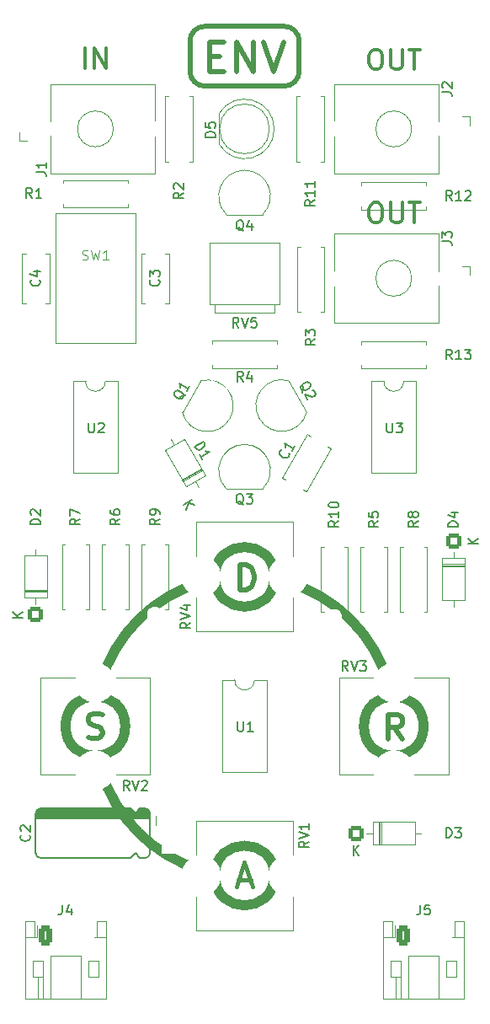
<source format=gbr>
%TF.GenerationSoftware,KiCad,Pcbnew,9.0.2*%
%TF.CreationDate,2025-06-18T19:11:40+10:00*%
%TF.ProjectId,ASDR,41534452-2e6b-4696-9361-645f70636258,rev?*%
%TF.SameCoordinates,Original*%
%TF.FileFunction,Legend,Top*%
%TF.FilePolarity,Positive*%
%FSLAX46Y46*%
G04 Gerber Fmt 4.6, Leading zero omitted, Abs format (unit mm)*
G04 Created by KiCad (PCBNEW 9.0.2) date 2025-06-18 19:11:40*
%MOMM*%
%LPD*%
G01*
G04 APERTURE LIST*
G04 Aperture macros list*
%AMRoundRect*
0 Rectangle with rounded corners*
0 $1 Rounding radius*
0 $2 $3 $4 $5 $6 $7 $8 $9 X,Y pos of 4 corners*
0 Add a 4 corners polygon primitive as box body*
4,1,4,$2,$3,$4,$5,$6,$7,$8,$9,$2,$3,0*
0 Add four circle primitives for the rounded corners*
1,1,$1+$1,$2,$3*
1,1,$1+$1,$4,$5*
1,1,$1+$1,$6,$7*
1,1,$1+$1,$8,$9*
0 Add four rect primitives between the rounded corners*
20,1,$1+$1,$2,$3,$4,$5,0*
20,1,$1+$1,$4,$5,$6,$7,0*
20,1,$1+$1,$6,$7,$8,$9,0*
20,1,$1+$1,$8,$9,$2,$3,0*%
%AMHorizOval*
0 Thick line with rounded ends*
0 $1 width*
0 $2 $3 position (X,Y) of the first rounded end (center of the circle)*
0 $4 $5 position (X,Y) of the second rounded end (center of the circle)*
0 Add line between two ends*
20,1,$1,$2,$3,$4,$5,0*
0 Add two circle primitives to create the rounded ends*
1,1,$1,$2,$3*
1,1,$1,$4,$5*%
%AMRotRect*
0 Rectangle, with rotation*
0 The origin of the aperture is its center*
0 $1 length*
0 $2 width*
0 $3 Rotation angle, in degrees counterclockwise*
0 Add horizontal line*
21,1,$1,$2,0,0,$3*%
G04 Aperture macros list end*
%ADD10C,1.000000*%
%ADD11C,0.400000*%
%ADD12C,0.500000*%
%ADD13C,0.300000*%
%ADD14C,0.150000*%
%ADD15C,0.100000*%
%ADD16C,0.120000*%
%ADD17C,0.200000*%
%ADD18R,1.350000X1.900000*%
%ADD19O,1.350000X1.900000*%
%ADD20C,1.600000*%
%ADD21O,1.600000X1.600000*%
%ADD22C,4.000000*%
%ADD23O,2.400000X1.600000*%
%ADD24O,1.600000X2.400000*%
%ADD25R,2.400000X1.600000*%
%ADD26RoundRect,0.250000X0.751314X-0.201314X0.201314X0.751314X-0.751314X0.201314X-0.201314X-0.751314X0*%
%ADD27R,2.000000X2.000000*%
%ADD28C,2.200000*%
%ADD29RoundRect,0.291666X-0.408334X-0.708334X0.408334X-0.708334X0.408334X0.708334X-0.408334X0.708334X0*%
%ADD30O,1.400000X2.000000*%
%ADD31RotRect,1.350000X1.900000X120.000000*%
%ADD32HorizOval,1.350000X0.238157X0.137500X-0.238157X-0.137500X0*%
%ADD33RotRect,1.350000X1.900000X240.000000*%
%ADD34HorizOval,1.350000X-0.238157X0.137500X0.238157X-0.137500X0*%
%ADD35RoundRect,0.250000X-0.550000X0.550000X-0.550000X-0.550000X0.550000X-0.550000X0.550000X0.550000X0*%
%ADD36RoundRect,0.250000X0.550000X-0.550000X0.550000X0.550000X-0.550000X0.550000X-0.550000X-0.550000X0*%
%ADD37RoundRect,0.250000X-0.550000X-0.550000X0.550000X-0.550000X0.550000X0.550000X-0.550000X0.550000X0*%
%ADD38C,1.440000*%
%ADD39R,1.800000X1.800000*%
%ADD40C,1.800000*%
%ADD41O,3.600000X1.800000*%
G04 APERTURE END LIST*
D10*
X153000000Y-107500000D02*
G75*
G02*
X147000000Y-107500000I-3000000J0D01*
G01*
X147000000Y-107500000D02*
G75*
G02*
X153000000Y-107500000I3000000J0D01*
G01*
X168000000Y-122500000D02*
G75*
G02*
X162000000Y-122500000I-3000000J0D01*
G01*
X162000000Y-122500000D02*
G75*
G02*
X168000000Y-122500000I3000000J0D01*
G01*
X153000000Y-137500000D02*
G75*
G02*
X147000000Y-137500000I-3000000J0D01*
G01*
X147000000Y-137500000D02*
G75*
G02*
X153000000Y-137500000I3000000J0D01*
G01*
X138000000Y-122500000D02*
G75*
G02*
X132000000Y-122500000I-3000000J0D01*
G01*
X132000000Y-122500000D02*
G75*
G02*
X138000000Y-122500000I3000000J0D01*
G01*
X154250000Y-108000000D02*
G75*
G02*
X164494119Y-118229987I-4250000J-14500000D01*
G01*
X135500000Y-118250000D02*
G75*
G02*
X145750000Y-108000000I14500000J-4250000D01*
G01*
X145750000Y-137000000D02*
G75*
G02*
X135500000Y-126750000I4250000J14500000D01*
G01*
D11*
X149404762Y-137921461D02*
X150595238Y-137921461D01*
X149166667Y-138635747D02*
X150000000Y-136135747D01*
X150000000Y-136135747D02*
X150833333Y-138635747D01*
D12*
X155500000Y-53699999D02*
X155500000Y-56699999D01*
X154000000Y-52199999D02*
G75*
G02*
X155500001Y-53699999I0J-1500001D01*
G01*
X144499999Y-53699998D02*
G75*
G02*
X145999999Y-52199999I1500001J-2D01*
G01*
X144499999Y-53699998D02*
X144499999Y-56699998D01*
X155500001Y-56700000D02*
G75*
G02*
X154000001Y-58200001I-1500001J0D01*
G01*
X145999999Y-58199999D02*
X154000001Y-58200000D01*
X146000000Y-52199998D02*
X154000000Y-52199999D01*
X145999999Y-58200000D02*
G75*
G02*
X144500000Y-56700000I1J1500000D01*
G01*
X134285714Y-123611500D02*
X134642857Y-123730547D01*
X134642857Y-123730547D02*
X135238095Y-123730547D01*
X135238095Y-123730547D02*
X135476190Y-123611500D01*
X135476190Y-123611500D02*
X135595238Y-123492452D01*
X135595238Y-123492452D02*
X135714285Y-123254357D01*
X135714285Y-123254357D02*
X135714285Y-123016261D01*
X135714285Y-123016261D02*
X135595238Y-122778166D01*
X135595238Y-122778166D02*
X135476190Y-122659119D01*
X135476190Y-122659119D02*
X135238095Y-122540071D01*
X135238095Y-122540071D02*
X134761904Y-122421023D01*
X134761904Y-122421023D02*
X134523809Y-122301976D01*
X134523809Y-122301976D02*
X134404762Y-122182928D01*
X134404762Y-122182928D02*
X134285714Y-121944833D01*
X134285714Y-121944833D02*
X134285714Y-121706738D01*
X134285714Y-121706738D02*
X134404762Y-121468642D01*
X134404762Y-121468642D02*
X134523809Y-121349595D01*
X134523809Y-121349595D02*
X134761904Y-121230547D01*
X134761904Y-121230547D02*
X135357143Y-121230547D01*
X135357143Y-121230547D02*
X135714285Y-121349595D01*
X165873809Y-123830547D02*
X165040476Y-122640071D01*
X164445238Y-123830547D02*
X164445238Y-121330547D01*
X164445238Y-121330547D02*
X165397619Y-121330547D01*
X165397619Y-121330547D02*
X165635714Y-121449595D01*
X165635714Y-121449595D02*
X165754761Y-121568642D01*
X165754761Y-121568642D02*
X165873809Y-121806738D01*
X165873809Y-121806738D02*
X165873809Y-122163880D01*
X165873809Y-122163880D02*
X165754761Y-122401976D01*
X165754761Y-122401976D02*
X165635714Y-122521023D01*
X165635714Y-122521023D02*
X165397619Y-122640071D01*
X165397619Y-122640071D02*
X164445238Y-122640071D01*
X149515238Y-108800547D02*
X149515238Y-106300547D01*
X149515238Y-106300547D02*
X150110476Y-106300547D01*
X150110476Y-106300547D02*
X150467619Y-106419595D01*
X150467619Y-106419595D02*
X150705714Y-106657690D01*
X150705714Y-106657690D02*
X150824761Y-106895785D01*
X150824761Y-106895785D02*
X150943809Y-107371976D01*
X150943809Y-107371976D02*
X150943809Y-107729119D01*
X150943809Y-107729119D02*
X150824761Y-108205309D01*
X150824761Y-108205309D02*
X150705714Y-108443404D01*
X150705714Y-108443404D02*
X150467619Y-108681500D01*
X150467619Y-108681500D02*
X150110476Y-108800547D01*
X150110476Y-108800547D02*
X149515238Y-108800547D01*
D13*
X133952381Y-56409638D02*
X133952381Y-54409638D01*
X134904762Y-56409638D02*
X134904762Y-54409638D01*
X134904762Y-54409638D02*
X136047619Y-56409638D01*
X136047619Y-56409638D02*
X136047619Y-54409638D01*
D12*
X146499999Y-55190428D02*
X147499999Y-55190428D01*
X147928571Y-56761857D02*
X146499999Y-56761857D01*
X146499999Y-56761857D02*
X146499999Y-53761857D01*
X146499999Y-53761857D02*
X147928571Y-53761857D01*
X149214285Y-56761857D02*
X149214285Y-53761857D01*
X149214285Y-53761857D02*
X150928571Y-56761857D01*
X150928571Y-56761857D02*
X150928571Y-53761857D01*
X151928571Y-53761857D02*
X152928571Y-56761857D01*
X152928571Y-56761857D02*
X153928571Y-53761857D01*
D13*
X162999999Y-69909638D02*
X163380952Y-69909638D01*
X163380952Y-69909638D02*
X163571428Y-70004876D01*
X163571428Y-70004876D02*
X163761904Y-70195352D01*
X163761904Y-70195352D02*
X163857142Y-70576304D01*
X163857142Y-70576304D02*
X163857142Y-71242971D01*
X163857142Y-71242971D02*
X163761904Y-71623923D01*
X163761904Y-71623923D02*
X163571428Y-71814400D01*
X163571428Y-71814400D02*
X163380952Y-71909638D01*
X163380952Y-71909638D02*
X162999999Y-71909638D01*
X162999999Y-71909638D02*
X162809523Y-71814400D01*
X162809523Y-71814400D02*
X162619047Y-71623923D01*
X162619047Y-71623923D02*
X162523809Y-71242971D01*
X162523809Y-71242971D02*
X162523809Y-70576304D01*
X162523809Y-70576304D02*
X162619047Y-70195352D01*
X162619047Y-70195352D02*
X162809523Y-70004876D01*
X162809523Y-70004876D02*
X162999999Y-69909638D01*
X164714285Y-69909638D02*
X164714285Y-71528685D01*
X164714285Y-71528685D02*
X164809523Y-71719161D01*
X164809523Y-71719161D02*
X164904761Y-71814400D01*
X164904761Y-71814400D02*
X165095237Y-71909638D01*
X165095237Y-71909638D02*
X165476190Y-71909638D01*
X165476190Y-71909638D02*
X165666666Y-71814400D01*
X165666666Y-71814400D02*
X165761904Y-71719161D01*
X165761904Y-71719161D02*
X165857142Y-71528685D01*
X165857142Y-71528685D02*
X165857142Y-69909638D01*
X166523809Y-69909638D02*
X167666666Y-69909638D01*
X167095237Y-71909638D02*
X167095237Y-69909638D01*
X162999999Y-54509638D02*
X163380952Y-54509638D01*
X163380952Y-54509638D02*
X163571428Y-54604876D01*
X163571428Y-54604876D02*
X163761904Y-54795352D01*
X163761904Y-54795352D02*
X163857142Y-55176304D01*
X163857142Y-55176304D02*
X163857142Y-55842971D01*
X163857142Y-55842971D02*
X163761904Y-56223923D01*
X163761904Y-56223923D02*
X163571428Y-56414400D01*
X163571428Y-56414400D02*
X163380952Y-56509638D01*
X163380952Y-56509638D02*
X162999999Y-56509638D01*
X162999999Y-56509638D02*
X162809523Y-56414400D01*
X162809523Y-56414400D02*
X162619047Y-56223923D01*
X162619047Y-56223923D02*
X162523809Y-55842971D01*
X162523809Y-55842971D02*
X162523809Y-55176304D01*
X162523809Y-55176304D02*
X162619047Y-54795352D01*
X162619047Y-54795352D02*
X162809523Y-54604876D01*
X162809523Y-54604876D02*
X162999999Y-54509638D01*
X164714285Y-54509638D02*
X164714285Y-56128685D01*
X164714285Y-56128685D02*
X164809523Y-56319161D01*
X164809523Y-56319161D02*
X164904761Y-56414400D01*
X164904761Y-56414400D02*
X165095237Y-56509638D01*
X165095237Y-56509638D02*
X165476190Y-56509638D01*
X165476190Y-56509638D02*
X165666666Y-56414400D01*
X165666666Y-56414400D02*
X165761904Y-56319161D01*
X165761904Y-56319161D02*
X165857142Y-56128685D01*
X165857142Y-56128685D02*
X165857142Y-54509638D01*
X166523809Y-54509638D02*
X167666666Y-54509638D01*
X167095237Y-56509638D02*
X167095237Y-54509638D01*
D14*
X149904761Y-72750057D02*
X149809523Y-72702438D01*
X149809523Y-72702438D02*
X149714285Y-72607200D01*
X149714285Y-72607200D02*
X149571428Y-72464342D01*
X149571428Y-72464342D02*
X149476190Y-72416723D01*
X149476190Y-72416723D02*
X149380952Y-72416723D01*
X149428571Y-72654819D02*
X149333333Y-72607200D01*
X149333333Y-72607200D02*
X149238095Y-72511961D01*
X149238095Y-72511961D02*
X149190476Y-72321485D01*
X149190476Y-72321485D02*
X149190476Y-71988152D01*
X149190476Y-71988152D02*
X149238095Y-71797676D01*
X149238095Y-71797676D02*
X149333333Y-71702438D01*
X149333333Y-71702438D02*
X149428571Y-71654819D01*
X149428571Y-71654819D02*
X149619047Y-71654819D01*
X149619047Y-71654819D02*
X149714285Y-71702438D01*
X149714285Y-71702438D02*
X149809523Y-71797676D01*
X149809523Y-71797676D02*
X149857142Y-71988152D01*
X149857142Y-71988152D02*
X149857142Y-72321485D01*
X149857142Y-72321485D02*
X149809523Y-72511961D01*
X149809523Y-72511961D02*
X149714285Y-72607200D01*
X149714285Y-72607200D02*
X149619047Y-72654819D01*
X149619047Y-72654819D02*
X149428571Y-72654819D01*
X150714285Y-71988152D02*
X150714285Y-72654819D01*
X150476190Y-71607200D02*
X150238095Y-72321485D01*
X150238095Y-72321485D02*
X150857142Y-72321485D01*
X170857142Y-85654819D02*
X170523809Y-85178628D01*
X170285714Y-85654819D02*
X170285714Y-84654819D01*
X170285714Y-84654819D02*
X170666666Y-84654819D01*
X170666666Y-84654819D02*
X170761904Y-84702438D01*
X170761904Y-84702438D02*
X170809523Y-84750057D01*
X170809523Y-84750057D02*
X170857142Y-84845295D01*
X170857142Y-84845295D02*
X170857142Y-84988152D01*
X170857142Y-84988152D02*
X170809523Y-85083390D01*
X170809523Y-85083390D02*
X170761904Y-85131009D01*
X170761904Y-85131009D02*
X170666666Y-85178628D01*
X170666666Y-85178628D02*
X170285714Y-85178628D01*
X171809523Y-85654819D02*
X171238095Y-85654819D01*
X171523809Y-85654819D02*
X171523809Y-84654819D01*
X171523809Y-84654819D02*
X171428571Y-84797676D01*
X171428571Y-84797676D02*
X171333333Y-84892914D01*
X171333333Y-84892914D02*
X171238095Y-84940533D01*
X172142857Y-84654819D02*
X172761904Y-84654819D01*
X172761904Y-84654819D02*
X172428571Y-85035771D01*
X172428571Y-85035771D02*
X172571428Y-85035771D01*
X172571428Y-85035771D02*
X172666666Y-85083390D01*
X172666666Y-85083390D02*
X172714285Y-85131009D01*
X172714285Y-85131009D02*
X172761904Y-85226247D01*
X172761904Y-85226247D02*
X172761904Y-85464342D01*
X172761904Y-85464342D02*
X172714285Y-85559580D01*
X172714285Y-85559580D02*
X172666666Y-85607200D01*
X172666666Y-85607200D02*
X172571428Y-85654819D01*
X172571428Y-85654819D02*
X172285714Y-85654819D01*
X172285714Y-85654819D02*
X172190476Y-85607200D01*
X172190476Y-85607200D02*
X172142857Y-85559580D01*
X159454819Y-101892857D02*
X158978628Y-102226190D01*
X159454819Y-102464285D02*
X158454819Y-102464285D01*
X158454819Y-102464285D02*
X158454819Y-102083333D01*
X158454819Y-102083333D02*
X158502438Y-101988095D01*
X158502438Y-101988095D02*
X158550057Y-101940476D01*
X158550057Y-101940476D02*
X158645295Y-101892857D01*
X158645295Y-101892857D02*
X158788152Y-101892857D01*
X158788152Y-101892857D02*
X158883390Y-101940476D01*
X158883390Y-101940476D02*
X158931009Y-101988095D01*
X158931009Y-101988095D02*
X158978628Y-102083333D01*
X158978628Y-102083333D02*
X158978628Y-102464285D01*
X159454819Y-100940476D02*
X159454819Y-101511904D01*
X159454819Y-101226190D02*
X158454819Y-101226190D01*
X158454819Y-101226190D02*
X158597676Y-101321428D01*
X158597676Y-101321428D02*
X158692914Y-101416666D01*
X158692914Y-101416666D02*
X158740533Y-101511904D01*
X158454819Y-100321428D02*
X158454819Y-100226190D01*
X158454819Y-100226190D02*
X158502438Y-100130952D01*
X158502438Y-100130952D02*
X158550057Y-100083333D01*
X158550057Y-100083333D02*
X158645295Y-100035714D01*
X158645295Y-100035714D02*
X158835771Y-99988095D01*
X158835771Y-99988095D02*
X159073866Y-99988095D01*
X159073866Y-99988095D02*
X159264342Y-100035714D01*
X159264342Y-100035714D02*
X159359580Y-100083333D01*
X159359580Y-100083333D02*
X159407200Y-100130952D01*
X159407200Y-100130952D02*
X159454819Y-100226190D01*
X159454819Y-100226190D02*
X159454819Y-100321428D01*
X159454819Y-100321428D02*
X159407200Y-100416666D01*
X159407200Y-100416666D02*
X159359580Y-100464285D01*
X159359580Y-100464285D02*
X159264342Y-100511904D01*
X159264342Y-100511904D02*
X159073866Y-100559523D01*
X159073866Y-100559523D02*
X158835771Y-100559523D01*
X158835771Y-100559523D02*
X158645295Y-100511904D01*
X158645295Y-100511904D02*
X158550057Y-100464285D01*
X158550057Y-100464285D02*
X158502438Y-100416666D01*
X158502438Y-100416666D02*
X158454819Y-100321428D01*
X138404761Y-128954819D02*
X138071428Y-128478628D01*
X137833333Y-128954819D02*
X137833333Y-127954819D01*
X137833333Y-127954819D02*
X138214285Y-127954819D01*
X138214285Y-127954819D02*
X138309523Y-128002438D01*
X138309523Y-128002438D02*
X138357142Y-128050057D01*
X138357142Y-128050057D02*
X138404761Y-128145295D01*
X138404761Y-128145295D02*
X138404761Y-128288152D01*
X138404761Y-128288152D02*
X138357142Y-128383390D01*
X138357142Y-128383390D02*
X138309523Y-128431009D01*
X138309523Y-128431009D02*
X138214285Y-128478628D01*
X138214285Y-128478628D02*
X137833333Y-128478628D01*
X138690476Y-127954819D02*
X139023809Y-128954819D01*
X139023809Y-128954819D02*
X139357142Y-127954819D01*
X139642857Y-128050057D02*
X139690476Y-128002438D01*
X139690476Y-128002438D02*
X139785714Y-127954819D01*
X139785714Y-127954819D02*
X140023809Y-127954819D01*
X140023809Y-127954819D02*
X140119047Y-128002438D01*
X140119047Y-128002438D02*
X140166666Y-128050057D01*
X140166666Y-128050057D02*
X140214285Y-128145295D01*
X140214285Y-128145295D02*
X140214285Y-128240533D01*
X140214285Y-128240533D02*
X140166666Y-128383390D01*
X140166666Y-128383390D02*
X139595238Y-128954819D01*
X139595238Y-128954819D02*
X140214285Y-128954819D01*
X144554819Y-112095238D02*
X144078628Y-112428571D01*
X144554819Y-112666666D02*
X143554819Y-112666666D01*
X143554819Y-112666666D02*
X143554819Y-112285714D01*
X143554819Y-112285714D02*
X143602438Y-112190476D01*
X143602438Y-112190476D02*
X143650057Y-112142857D01*
X143650057Y-112142857D02*
X143745295Y-112095238D01*
X143745295Y-112095238D02*
X143888152Y-112095238D01*
X143888152Y-112095238D02*
X143983390Y-112142857D01*
X143983390Y-112142857D02*
X144031009Y-112190476D01*
X144031009Y-112190476D02*
X144078628Y-112285714D01*
X144078628Y-112285714D02*
X144078628Y-112666666D01*
X143554819Y-111809523D02*
X144554819Y-111476190D01*
X144554819Y-111476190D02*
X143554819Y-111142857D01*
X143888152Y-110380952D02*
X144554819Y-110380952D01*
X143507200Y-110619047D02*
X144221485Y-110857142D01*
X144221485Y-110857142D02*
X144221485Y-110238095D01*
X164303094Y-92024819D02*
X164303094Y-92834342D01*
X164303094Y-92834342D02*
X164350713Y-92929580D01*
X164350713Y-92929580D02*
X164398332Y-92977200D01*
X164398332Y-92977200D02*
X164493570Y-93024819D01*
X164493570Y-93024819D02*
X164684046Y-93024819D01*
X164684046Y-93024819D02*
X164779284Y-92977200D01*
X164779284Y-92977200D02*
X164826903Y-92929580D01*
X164826903Y-92929580D02*
X164874522Y-92834342D01*
X164874522Y-92834342D02*
X164874522Y-92024819D01*
X165255475Y-92024819D02*
X165874522Y-92024819D01*
X165874522Y-92024819D02*
X165541189Y-92405771D01*
X165541189Y-92405771D02*
X165684046Y-92405771D01*
X165684046Y-92405771D02*
X165779284Y-92453390D01*
X165779284Y-92453390D02*
X165826903Y-92501009D01*
X165826903Y-92501009D02*
X165874522Y-92596247D01*
X165874522Y-92596247D02*
X165874522Y-92834342D01*
X165874522Y-92834342D02*
X165826903Y-92929580D01*
X165826903Y-92929580D02*
X165779284Y-92977200D01*
X165779284Y-92977200D02*
X165684046Y-93024819D01*
X165684046Y-93024819D02*
X165398332Y-93024819D01*
X165398332Y-93024819D02*
X165303094Y-92977200D01*
X165303094Y-92977200D02*
X165255475Y-92929580D01*
X144987067Y-94388200D02*
X145853093Y-93888200D01*
X145853093Y-93888200D02*
X145972140Y-94094397D01*
X145972140Y-94094397D02*
X146002330Y-94241924D01*
X146002330Y-94241924D02*
X145967470Y-94372022D01*
X145967470Y-94372022D02*
X145908801Y-94460880D01*
X145908801Y-94460880D02*
X145767653Y-94597358D01*
X145767653Y-94597358D02*
X145643935Y-94668786D01*
X145643935Y-94668786D02*
X145455169Y-94722785D01*
X145455169Y-94722785D02*
X145348880Y-94729165D01*
X145348880Y-94729165D02*
X145218783Y-94694305D01*
X145218783Y-94694305D02*
X145106115Y-94594397D01*
X145106115Y-94594397D02*
X144987067Y-94388200D01*
X145748972Y-95707858D02*
X145463258Y-95212986D01*
X145606115Y-95460422D02*
X146472140Y-94960422D01*
X146472140Y-94960422D02*
X146300803Y-94949372D01*
X146300803Y-94949372D02*
X146170706Y-94914513D01*
X146170706Y-94914513D02*
X146081847Y-94855843D01*
X143821316Y-100250149D02*
X144687342Y-99750149D01*
X144107031Y-100745021D02*
X144387617Y-100088152D01*
X144973056Y-100245021D02*
X144192470Y-100035863D01*
X141359581Y-77666666D02*
X141407201Y-77714285D01*
X141407201Y-77714285D02*
X141454820Y-77857142D01*
X141454820Y-77857142D02*
X141454820Y-77952380D01*
X141454820Y-77952380D02*
X141407201Y-78095237D01*
X141407201Y-78095237D02*
X141311962Y-78190475D01*
X141311962Y-78190475D02*
X141216724Y-78238094D01*
X141216724Y-78238094D02*
X141026248Y-78285713D01*
X141026248Y-78285713D02*
X140883391Y-78285713D01*
X140883391Y-78285713D02*
X140692915Y-78238094D01*
X140692915Y-78238094D02*
X140597677Y-78190475D01*
X140597677Y-78190475D02*
X140502439Y-78095237D01*
X140502439Y-78095237D02*
X140454820Y-77952380D01*
X140454820Y-77952380D02*
X140454820Y-77857142D01*
X140454820Y-77857142D02*
X140502439Y-77714285D01*
X140502439Y-77714285D02*
X140550058Y-77666666D01*
X140454820Y-77333332D02*
X140454820Y-76714285D01*
X140454820Y-76714285D02*
X140835772Y-77047618D01*
X140835772Y-77047618D02*
X140835772Y-76904761D01*
X140835772Y-76904761D02*
X140883391Y-76809523D01*
X140883391Y-76809523D02*
X140931010Y-76761904D01*
X140931010Y-76761904D02*
X141026248Y-76714285D01*
X141026248Y-76714285D02*
X141264343Y-76714285D01*
X141264343Y-76714285D02*
X141359581Y-76761904D01*
X141359581Y-76761904D02*
X141407201Y-76809523D01*
X141407201Y-76809523D02*
X141454820Y-76904761D01*
X141454820Y-76904761D02*
X141454820Y-77190475D01*
X141454820Y-77190475D02*
X141407201Y-77285713D01*
X141407201Y-77285713D02*
X141359581Y-77333332D01*
X167454819Y-101916666D02*
X166978628Y-102249999D01*
X167454819Y-102488094D02*
X166454819Y-102488094D01*
X166454819Y-102488094D02*
X166454819Y-102107142D01*
X166454819Y-102107142D02*
X166502438Y-102011904D01*
X166502438Y-102011904D02*
X166550057Y-101964285D01*
X166550057Y-101964285D02*
X166645295Y-101916666D01*
X166645295Y-101916666D02*
X166788152Y-101916666D01*
X166788152Y-101916666D02*
X166883390Y-101964285D01*
X166883390Y-101964285D02*
X166931009Y-102011904D01*
X166931009Y-102011904D02*
X166978628Y-102107142D01*
X166978628Y-102107142D02*
X166978628Y-102488094D01*
X166883390Y-101345237D02*
X166835771Y-101440475D01*
X166835771Y-101440475D02*
X166788152Y-101488094D01*
X166788152Y-101488094D02*
X166692914Y-101535713D01*
X166692914Y-101535713D02*
X166645295Y-101535713D01*
X166645295Y-101535713D02*
X166550057Y-101488094D01*
X166550057Y-101488094D02*
X166502438Y-101440475D01*
X166502438Y-101440475D02*
X166454819Y-101345237D01*
X166454819Y-101345237D02*
X166454819Y-101154761D01*
X166454819Y-101154761D02*
X166502438Y-101059523D01*
X166502438Y-101059523D02*
X166550057Y-101011904D01*
X166550057Y-101011904D02*
X166645295Y-100964285D01*
X166645295Y-100964285D02*
X166692914Y-100964285D01*
X166692914Y-100964285D02*
X166788152Y-101011904D01*
X166788152Y-101011904D02*
X166835771Y-101059523D01*
X166835771Y-101059523D02*
X166883390Y-101154761D01*
X166883390Y-101154761D02*
X166883390Y-101345237D01*
X166883390Y-101345237D02*
X166931009Y-101440475D01*
X166931009Y-101440475D02*
X166978628Y-101488094D01*
X166978628Y-101488094D02*
X167073866Y-101535713D01*
X167073866Y-101535713D02*
X167264342Y-101535713D01*
X167264342Y-101535713D02*
X167359580Y-101488094D01*
X167359580Y-101488094D02*
X167407200Y-101440475D01*
X167407200Y-101440475D02*
X167454819Y-101345237D01*
X167454819Y-101345237D02*
X167454819Y-101154761D01*
X167454819Y-101154761D02*
X167407200Y-101059523D01*
X167407200Y-101059523D02*
X167359580Y-101011904D01*
X167359580Y-101011904D02*
X167264342Y-100964285D01*
X167264342Y-100964285D02*
X167073866Y-100964285D01*
X167073866Y-100964285D02*
X166978628Y-101011904D01*
X166978628Y-101011904D02*
X166931009Y-101059523D01*
X166931009Y-101059523D02*
X166883390Y-101154761D01*
X149303094Y-122024819D02*
X149303094Y-122834342D01*
X149303094Y-122834342D02*
X149350713Y-122929580D01*
X149350713Y-122929580D02*
X149398332Y-122977200D01*
X149398332Y-122977200D02*
X149493570Y-123024819D01*
X149493570Y-123024819D02*
X149684046Y-123024819D01*
X149684046Y-123024819D02*
X149779284Y-122977200D01*
X149779284Y-122977200D02*
X149826903Y-122929580D01*
X149826903Y-122929580D02*
X149874522Y-122834342D01*
X149874522Y-122834342D02*
X149874522Y-122024819D01*
X150874522Y-123024819D02*
X150303094Y-123024819D01*
X150588808Y-123024819D02*
X150588808Y-122024819D01*
X150588808Y-122024819D02*
X150493570Y-122167676D01*
X150493570Y-122167676D02*
X150398332Y-122262914D01*
X150398332Y-122262914D02*
X150303094Y-122310533D01*
X169854819Y-73803333D02*
X170569104Y-73803333D01*
X170569104Y-73803333D02*
X170711961Y-73850952D01*
X170711961Y-73850952D02*
X170807200Y-73946190D01*
X170807200Y-73946190D02*
X170854819Y-74089047D01*
X170854819Y-74089047D02*
X170854819Y-74184285D01*
X169854819Y-73422380D02*
X169854819Y-72803333D01*
X169854819Y-72803333D02*
X170235771Y-73136666D01*
X170235771Y-73136666D02*
X170235771Y-72993809D01*
X170235771Y-72993809D02*
X170283390Y-72898571D01*
X170283390Y-72898571D02*
X170331009Y-72850952D01*
X170331009Y-72850952D02*
X170426247Y-72803333D01*
X170426247Y-72803333D02*
X170664342Y-72803333D01*
X170664342Y-72803333D02*
X170759580Y-72850952D01*
X170759580Y-72850952D02*
X170807200Y-72898571D01*
X170807200Y-72898571D02*
X170854819Y-72993809D01*
X170854819Y-72993809D02*
X170854819Y-73279523D01*
X170854819Y-73279523D02*
X170807200Y-73374761D01*
X170807200Y-73374761D02*
X170759580Y-73422380D01*
X131666666Y-140454819D02*
X131666666Y-141169104D01*
X131666666Y-141169104D02*
X131619047Y-141311961D01*
X131619047Y-141311961D02*
X131523809Y-141407200D01*
X131523809Y-141407200D02*
X131380952Y-141454819D01*
X131380952Y-141454819D02*
X131285714Y-141454819D01*
X132571428Y-140788152D02*
X132571428Y-141454819D01*
X132333333Y-140407200D02*
X132095238Y-141121485D01*
X132095238Y-141121485D02*
X132714285Y-141121485D01*
X155810862Y-88987549D02*
X155804482Y-88881261D01*
X155804482Y-88881261D02*
X155839342Y-88751164D01*
X155839342Y-88751164D02*
X155891631Y-88556017D01*
X155891631Y-88556017D02*
X155885251Y-88449729D01*
X155885251Y-88449729D02*
X155837632Y-88367250D01*
X155655245Y-88527537D02*
X155648866Y-88421249D01*
X155648866Y-88421249D02*
X155683725Y-88291152D01*
X155683725Y-88291152D02*
X155824873Y-88154674D01*
X155824873Y-88154674D02*
X156113548Y-87988008D01*
X156113548Y-87988008D02*
X156302315Y-87934009D01*
X156302315Y-87934009D02*
X156432412Y-87968868D01*
X156432412Y-87968868D02*
X156521271Y-88027537D01*
X156521271Y-88027537D02*
X156616509Y-88192495D01*
X156616509Y-88192495D02*
X156622889Y-88298783D01*
X156622889Y-88298783D02*
X156588029Y-88428880D01*
X156588029Y-88428880D02*
X156446881Y-88565358D01*
X156446881Y-88565358D02*
X156158206Y-88732024D01*
X156158206Y-88732024D02*
X155969439Y-88786023D01*
X155969439Y-88786023D02*
X155839342Y-88751164D01*
X155839342Y-88751164D02*
X155750483Y-88692495D01*
X155750483Y-88692495D02*
X155655245Y-88527537D01*
X156843554Y-88776225D02*
X156908603Y-88793654D01*
X156908603Y-88793654D02*
X156997461Y-88852323D01*
X156997461Y-88852323D02*
X157116509Y-89058520D01*
X157116509Y-89058520D02*
X157122889Y-89164808D01*
X157122889Y-89164808D02*
X157105459Y-89229857D01*
X157105459Y-89229857D02*
X157046790Y-89318715D01*
X157046790Y-89318715D02*
X156964311Y-89366334D01*
X156964311Y-89366334D02*
X156816784Y-89396524D01*
X156816784Y-89396524D02*
X156036198Y-89187366D01*
X156036198Y-89187366D02*
X156345722Y-89723477D01*
X169854819Y-58803333D02*
X170569104Y-58803333D01*
X170569104Y-58803333D02*
X170711961Y-58850952D01*
X170711961Y-58850952D02*
X170807200Y-58946190D01*
X170807200Y-58946190D02*
X170854819Y-59089047D01*
X170854819Y-59089047D02*
X170854819Y-59184285D01*
X169950057Y-58374761D02*
X169902438Y-58327142D01*
X169902438Y-58327142D02*
X169854819Y-58231904D01*
X169854819Y-58231904D02*
X169854819Y-57993809D01*
X169854819Y-57993809D02*
X169902438Y-57898571D01*
X169902438Y-57898571D02*
X169950057Y-57850952D01*
X169950057Y-57850952D02*
X170045295Y-57803333D01*
X170045295Y-57803333D02*
X170140533Y-57803333D01*
X170140533Y-57803333D02*
X170283390Y-57850952D01*
X170283390Y-57850952D02*
X170854819Y-58422380D01*
X170854819Y-58422380D02*
X170854819Y-57803333D01*
X149833333Y-87864819D02*
X149500000Y-87388628D01*
X149261905Y-87864819D02*
X149261905Y-86864819D01*
X149261905Y-86864819D02*
X149642857Y-86864819D01*
X149642857Y-86864819D02*
X149738095Y-86912438D01*
X149738095Y-86912438D02*
X149785714Y-86960057D01*
X149785714Y-86960057D02*
X149833333Y-87055295D01*
X149833333Y-87055295D02*
X149833333Y-87198152D01*
X149833333Y-87198152D02*
X149785714Y-87293390D01*
X149785714Y-87293390D02*
X149738095Y-87341009D01*
X149738095Y-87341009D02*
X149642857Y-87388628D01*
X149642857Y-87388628D02*
X149261905Y-87388628D01*
X150690476Y-87198152D02*
X150690476Y-87864819D01*
X150452381Y-86817200D02*
X150214286Y-87531485D01*
X150214286Y-87531485D02*
X150833333Y-87531485D01*
X137454818Y-101666666D02*
X136978627Y-101999999D01*
X137454818Y-102238094D02*
X136454818Y-102238094D01*
X136454818Y-102238094D02*
X136454818Y-101857142D01*
X136454818Y-101857142D02*
X136502437Y-101761904D01*
X136502437Y-101761904D02*
X136550056Y-101714285D01*
X136550056Y-101714285D02*
X136645294Y-101666666D01*
X136645294Y-101666666D02*
X136788151Y-101666666D01*
X136788151Y-101666666D02*
X136883389Y-101714285D01*
X136883389Y-101714285D02*
X136931008Y-101761904D01*
X136931008Y-101761904D02*
X136978627Y-101857142D01*
X136978627Y-101857142D02*
X136978627Y-102238094D01*
X136454818Y-100809523D02*
X136454818Y-100999999D01*
X136454818Y-100999999D02*
X136502437Y-101095237D01*
X136502437Y-101095237D02*
X136550056Y-101142856D01*
X136550056Y-101142856D02*
X136692913Y-101238094D01*
X136692913Y-101238094D02*
X136883389Y-101285713D01*
X136883389Y-101285713D02*
X137264341Y-101285713D01*
X137264341Y-101285713D02*
X137359579Y-101238094D01*
X137359579Y-101238094D02*
X137407199Y-101190475D01*
X137407199Y-101190475D02*
X137454818Y-101095237D01*
X137454818Y-101095237D02*
X137454818Y-100904761D01*
X137454818Y-100904761D02*
X137407199Y-100809523D01*
X137407199Y-100809523D02*
X137359579Y-100761904D01*
X137359579Y-100761904D02*
X137264341Y-100714285D01*
X137264341Y-100714285D02*
X137026246Y-100714285D01*
X137026246Y-100714285D02*
X136931008Y-100761904D01*
X136931008Y-100761904D02*
X136883389Y-100809523D01*
X136883389Y-100809523D02*
X136835770Y-100904761D01*
X136835770Y-100904761D02*
X136835770Y-101095237D01*
X136835770Y-101095237D02*
X136883389Y-101190475D01*
X136883389Y-101190475D02*
X136931008Y-101238094D01*
X136931008Y-101238094D02*
X137026246Y-101285713D01*
X141454819Y-101666665D02*
X140978628Y-101999998D01*
X141454819Y-102238093D02*
X140454819Y-102238093D01*
X140454819Y-102238093D02*
X140454819Y-101857141D01*
X140454819Y-101857141D02*
X140502438Y-101761903D01*
X140502438Y-101761903D02*
X140550057Y-101714284D01*
X140550057Y-101714284D02*
X140645295Y-101666665D01*
X140645295Y-101666665D02*
X140788152Y-101666665D01*
X140788152Y-101666665D02*
X140883390Y-101714284D01*
X140883390Y-101714284D02*
X140931009Y-101761903D01*
X140931009Y-101761903D02*
X140978628Y-101857141D01*
X140978628Y-101857141D02*
X140978628Y-102238093D01*
X141454819Y-101190474D02*
X141454819Y-100999998D01*
X141454819Y-100999998D02*
X141407200Y-100904760D01*
X141407200Y-100904760D02*
X141359580Y-100857141D01*
X141359580Y-100857141D02*
X141216723Y-100761903D01*
X141216723Y-100761903D02*
X141026247Y-100714284D01*
X141026247Y-100714284D02*
X140645295Y-100714284D01*
X140645295Y-100714284D02*
X140550057Y-100761903D01*
X140550057Y-100761903D02*
X140502438Y-100809522D01*
X140502438Y-100809522D02*
X140454819Y-100904760D01*
X140454819Y-100904760D02*
X140454819Y-101095236D01*
X140454819Y-101095236D02*
X140502438Y-101190474D01*
X140502438Y-101190474D02*
X140550057Y-101238093D01*
X140550057Y-101238093D02*
X140645295Y-101285712D01*
X140645295Y-101285712D02*
X140883390Y-101285712D01*
X140883390Y-101285712D02*
X140978628Y-101238093D01*
X140978628Y-101238093D02*
X141026247Y-101190474D01*
X141026247Y-101190474D02*
X141073866Y-101095236D01*
X141073866Y-101095236D02*
X141073866Y-100904760D01*
X141073866Y-100904760D02*
X141026247Y-100809522D01*
X141026247Y-100809522D02*
X140978628Y-100761903D01*
X140978628Y-100761903D02*
X140883390Y-100714284D01*
X144093899Y-89177508D02*
X144005041Y-89236177D01*
X144005041Y-89236177D02*
X143874943Y-89271036D01*
X143874943Y-89271036D02*
X143679796Y-89323326D01*
X143679796Y-89323326D02*
X143590938Y-89381995D01*
X143590938Y-89381995D02*
X143543319Y-89464473D01*
X143773325Y-89542282D02*
X143684467Y-89600951D01*
X143684467Y-89600951D02*
X143554369Y-89635810D01*
X143554369Y-89635810D02*
X143365602Y-89581812D01*
X143365602Y-89581812D02*
X143076927Y-89415145D01*
X143076927Y-89415145D02*
X142935779Y-89278667D01*
X142935779Y-89278667D02*
X142900920Y-89148570D01*
X142900920Y-89148570D02*
X142907300Y-89042282D01*
X142907300Y-89042282D02*
X143002538Y-88877324D01*
X143002538Y-88877324D02*
X143091396Y-88818655D01*
X143091396Y-88818655D02*
X143221494Y-88783796D01*
X143221494Y-88783796D02*
X143410261Y-88837795D01*
X143410261Y-88837795D02*
X143698936Y-89004461D01*
X143698936Y-89004461D02*
X143840083Y-89140939D01*
X143840083Y-89140939D02*
X143874943Y-89271036D01*
X143874943Y-89271036D02*
X143868563Y-89377324D01*
X143868563Y-89377324D02*
X143773325Y-89542282D01*
X144463801Y-88346342D02*
X144178087Y-88841214D01*
X144320944Y-88593778D02*
X143454919Y-88093778D01*
X143454919Y-88093778D02*
X143531018Y-88247685D01*
X143531018Y-88247685D02*
X143565877Y-88377783D01*
X143565877Y-88377783D02*
X143559497Y-88484071D01*
X157054819Y-69642857D02*
X156578628Y-69976190D01*
X157054819Y-70214285D02*
X156054819Y-70214285D01*
X156054819Y-70214285D02*
X156054819Y-69833333D01*
X156054819Y-69833333D02*
X156102438Y-69738095D01*
X156102438Y-69738095D02*
X156150057Y-69690476D01*
X156150057Y-69690476D02*
X156245295Y-69642857D01*
X156245295Y-69642857D02*
X156388152Y-69642857D01*
X156388152Y-69642857D02*
X156483390Y-69690476D01*
X156483390Y-69690476D02*
X156531009Y-69738095D01*
X156531009Y-69738095D02*
X156578628Y-69833333D01*
X156578628Y-69833333D02*
X156578628Y-70214285D01*
X157054819Y-68690476D02*
X157054819Y-69261904D01*
X157054819Y-68976190D02*
X156054819Y-68976190D01*
X156054819Y-68976190D02*
X156197676Y-69071428D01*
X156197676Y-69071428D02*
X156292914Y-69166666D01*
X156292914Y-69166666D02*
X156340533Y-69261904D01*
X157054819Y-67738095D02*
X157054819Y-68309523D01*
X157054819Y-68023809D02*
X156054819Y-68023809D01*
X156054819Y-68023809D02*
X156197676Y-68119047D01*
X156197676Y-68119047D02*
X156292914Y-68214285D01*
X156292914Y-68214285D02*
X156340533Y-68309523D01*
X171454819Y-102488095D02*
X170454819Y-102488095D01*
X170454819Y-102488095D02*
X170454819Y-102250000D01*
X170454819Y-102250000D02*
X170502438Y-102107143D01*
X170502438Y-102107143D02*
X170597676Y-102011905D01*
X170597676Y-102011905D02*
X170692914Y-101964286D01*
X170692914Y-101964286D02*
X170883390Y-101916667D01*
X170883390Y-101916667D02*
X171026247Y-101916667D01*
X171026247Y-101916667D02*
X171216723Y-101964286D01*
X171216723Y-101964286D02*
X171311961Y-102011905D01*
X171311961Y-102011905D02*
X171407200Y-102107143D01*
X171407200Y-102107143D02*
X171454819Y-102250000D01*
X171454819Y-102250000D02*
X171454819Y-102488095D01*
X170788152Y-101059524D02*
X171454819Y-101059524D01*
X170407200Y-101297619D02*
X171121485Y-101535714D01*
X171121485Y-101535714D02*
X171121485Y-100916667D01*
X173454819Y-104201905D02*
X172454819Y-104201905D01*
X173454819Y-103630477D02*
X172883390Y-104059048D01*
X172454819Y-103630477D02*
X173026247Y-104201905D01*
X143854819Y-68916667D02*
X143378628Y-69250000D01*
X143854819Y-69488095D02*
X142854819Y-69488095D01*
X142854819Y-69488095D02*
X142854819Y-69107143D01*
X142854819Y-69107143D02*
X142902438Y-69011905D01*
X142902438Y-69011905D02*
X142950057Y-68964286D01*
X142950057Y-68964286D02*
X143045295Y-68916667D01*
X143045295Y-68916667D02*
X143188152Y-68916667D01*
X143188152Y-68916667D02*
X143283390Y-68964286D01*
X143283390Y-68964286D02*
X143331009Y-69011905D01*
X143331009Y-69011905D02*
X143378628Y-69107143D01*
X143378628Y-69107143D02*
X143378628Y-69488095D01*
X142950057Y-68535714D02*
X142902438Y-68488095D01*
X142902438Y-68488095D02*
X142854819Y-68392857D01*
X142854819Y-68392857D02*
X142854819Y-68154762D01*
X142854819Y-68154762D02*
X142902438Y-68059524D01*
X142902438Y-68059524D02*
X142950057Y-68011905D01*
X142950057Y-68011905D02*
X143045295Y-67964286D01*
X143045295Y-67964286D02*
X143140533Y-67964286D01*
X143140533Y-67964286D02*
X143283390Y-68011905D01*
X143283390Y-68011905D02*
X143854819Y-68583333D01*
X143854819Y-68583333D02*
X143854819Y-67964286D01*
X157104819Y-83616666D02*
X156628628Y-83949999D01*
X157104819Y-84188094D02*
X156104819Y-84188094D01*
X156104819Y-84188094D02*
X156104819Y-83807142D01*
X156104819Y-83807142D02*
X156152438Y-83711904D01*
X156152438Y-83711904D02*
X156200057Y-83664285D01*
X156200057Y-83664285D02*
X156295295Y-83616666D01*
X156295295Y-83616666D02*
X156438152Y-83616666D01*
X156438152Y-83616666D02*
X156533390Y-83664285D01*
X156533390Y-83664285D02*
X156581009Y-83711904D01*
X156581009Y-83711904D02*
X156628628Y-83807142D01*
X156628628Y-83807142D02*
X156628628Y-84188094D01*
X156104819Y-83283332D02*
X156104819Y-82664285D01*
X156104819Y-82664285D02*
X156485771Y-82997618D01*
X156485771Y-82997618D02*
X156485771Y-82854761D01*
X156485771Y-82854761D02*
X156533390Y-82759523D01*
X156533390Y-82759523D02*
X156581009Y-82711904D01*
X156581009Y-82711904D02*
X156676247Y-82664285D01*
X156676247Y-82664285D02*
X156914342Y-82664285D01*
X156914342Y-82664285D02*
X157009580Y-82711904D01*
X157009580Y-82711904D02*
X157057200Y-82759523D01*
X157057200Y-82759523D02*
X157104819Y-82854761D01*
X157104819Y-82854761D02*
X157104819Y-83140475D01*
X157104819Y-83140475D02*
X157057200Y-83235713D01*
X157057200Y-83235713D02*
X157009580Y-83283332D01*
X154478073Y-95124127D02*
X154495502Y-95189176D01*
X154495502Y-95189176D02*
X154465313Y-95336703D01*
X154465313Y-95336703D02*
X154417694Y-95419182D01*
X154417694Y-95419182D02*
X154305026Y-95519090D01*
X154305026Y-95519090D02*
X154174929Y-95553950D01*
X154174929Y-95553950D02*
X154068640Y-95547570D01*
X154068640Y-95547570D02*
X153879874Y-95493571D01*
X153879874Y-95493571D02*
X153756156Y-95422143D01*
X153756156Y-95422143D02*
X153615008Y-95285665D01*
X153615008Y-95285665D02*
X153556339Y-95196807D01*
X153556339Y-95196807D02*
X153521479Y-95066709D01*
X153521479Y-95066709D02*
X153551669Y-94919182D01*
X153551669Y-94919182D02*
X153599288Y-94836703D01*
X153599288Y-94836703D02*
X153711956Y-94736795D01*
X153711956Y-94736795D02*
X153777004Y-94719365D01*
X155036742Y-94346960D02*
X154751027Y-94841832D01*
X154893885Y-94594396D02*
X154027859Y-94094396D01*
X154027859Y-94094396D02*
X154103958Y-94248303D01*
X154103958Y-94248303D02*
X154138818Y-94378401D01*
X154138818Y-94378401D02*
X154132438Y-94484689D01*
X163454819Y-101916665D02*
X162978628Y-102249998D01*
X163454819Y-102488093D02*
X162454819Y-102488093D01*
X162454819Y-102488093D02*
X162454819Y-102107141D01*
X162454819Y-102107141D02*
X162502438Y-102011903D01*
X162502438Y-102011903D02*
X162550057Y-101964284D01*
X162550057Y-101964284D02*
X162645295Y-101916665D01*
X162645295Y-101916665D02*
X162788152Y-101916665D01*
X162788152Y-101916665D02*
X162883390Y-101964284D01*
X162883390Y-101964284D02*
X162931009Y-102011903D01*
X162931009Y-102011903D02*
X162978628Y-102107141D01*
X162978628Y-102107141D02*
X162978628Y-102488093D01*
X162454819Y-101011903D02*
X162454819Y-101488093D01*
X162454819Y-101488093D02*
X162931009Y-101535712D01*
X162931009Y-101535712D02*
X162883390Y-101488093D01*
X162883390Y-101488093D02*
X162835771Y-101392855D01*
X162835771Y-101392855D02*
X162835771Y-101154760D01*
X162835771Y-101154760D02*
X162883390Y-101059522D01*
X162883390Y-101059522D02*
X162931009Y-101011903D01*
X162931009Y-101011903D02*
X163026247Y-100964284D01*
X163026247Y-100964284D02*
X163264342Y-100964284D01*
X163264342Y-100964284D02*
X163359580Y-101011903D01*
X163359580Y-101011903D02*
X163407200Y-101059522D01*
X163407200Y-101059522D02*
X163454819Y-101154760D01*
X163454819Y-101154760D02*
X163454819Y-101392855D01*
X163454819Y-101392855D02*
X163407200Y-101488093D01*
X163407200Y-101488093D02*
X163359580Y-101535712D01*
X149904761Y-100250057D02*
X149809523Y-100202438D01*
X149809523Y-100202438D02*
X149714285Y-100107200D01*
X149714285Y-100107200D02*
X149571428Y-99964342D01*
X149571428Y-99964342D02*
X149476190Y-99916723D01*
X149476190Y-99916723D02*
X149380952Y-99916723D01*
X149428571Y-100154819D02*
X149333333Y-100107200D01*
X149333333Y-100107200D02*
X149238095Y-100011961D01*
X149238095Y-100011961D02*
X149190476Y-99821485D01*
X149190476Y-99821485D02*
X149190476Y-99488152D01*
X149190476Y-99488152D02*
X149238095Y-99297676D01*
X149238095Y-99297676D02*
X149333333Y-99202438D01*
X149333333Y-99202438D02*
X149428571Y-99154819D01*
X149428571Y-99154819D02*
X149619047Y-99154819D01*
X149619047Y-99154819D02*
X149714285Y-99202438D01*
X149714285Y-99202438D02*
X149809523Y-99297676D01*
X149809523Y-99297676D02*
X149857142Y-99488152D01*
X149857142Y-99488152D02*
X149857142Y-99821485D01*
X149857142Y-99821485D02*
X149809523Y-100011961D01*
X149809523Y-100011961D02*
X149714285Y-100107200D01*
X149714285Y-100107200D02*
X149619047Y-100154819D01*
X149619047Y-100154819D02*
X149428571Y-100154819D01*
X150190476Y-99154819D02*
X150809523Y-99154819D01*
X150809523Y-99154819D02*
X150476190Y-99535771D01*
X150476190Y-99535771D02*
X150619047Y-99535771D01*
X150619047Y-99535771D02*
X150714285Y-99583390D01*
X150714285Y-99583390D02*
X150761904Y-99631009D01*
X150761904Y-99631009D02*
X150809523Y-99726247D01*
X150809523Y-99726247D02*
X150809523Y-99964342D01*
X150809523Y-99964342D02*
X150761904Y-100059580D01*
X150761904Y-100059580D02*
X150714285Y-100107200D01*
X150714285Y-100107200D02*
X150619047Y-100154819D01*
X150619047Y-100154819D02*
X150333333Y-100154819D01*
X150333333Y-100154819D02*
X150238095Y-100107200D01*
X150238095Y-100107200D02*
X150190476Y-100059580D01*
X129454819Y-102238094D02*
X128454819Y-102238094D01*
X128454819Y-102238094D02*
X128454819Y-101999999D01*
X128454819Y-101999999D02*
X128502438Y-101857142D01*
X128502438Y-101857142D02*
X128597676Y-101761904D01*
X128597676Y-101761904D02*
X128692914Y-101714285D01*
X128692914Y-101714285D02*
X128883390Y-101666666D01*
X128883390Y-101666666D02*
X129026247Y-101666666D01*
X129026247Y-101666666D02*
X129216723Y-101714285D01*
X129216723Y-101714285D02*
X129311961Y-101761904D01*
X129311961Y-101761904D02*
X129407200Y-101857142D01*
X129407200Y-101857142D02*
X129454819Y-101999999D01*
X129454819Y-101999999D02*
X129454819Y-102238094D01*
X128550057Y-101285713D02*
X128502438Y-101238094D01*
X128502438Y-101238094D02*
X128454819Y-101142856D01*
X128454819Y-101142856D02*
X128454819Y-100904761D01*
X128454819Y-100904761D02*
X128502438Y-100809523D01*
X128502438Y-100809523D02*
X128550057Y-100761904D01*
X128550057Y-100761904D02*
X128645295Y-100714285D01*
X128645295Y-100714285D02*
X128740533Y-100714285D01*
X128740533Y-100714285D02*
X128883390Y-100761904D01*
X128883390Y-100761904D02*
X129454819Y-101333332D01*
X129454819Y-101333332D02*
X129454819Y-100714285D01*
X127654819Y-111571904D02*
X126654819Y-111571904D01*
X127654819Y-111000476D02*
X127083390Y-111429047D01*
X126654819Y-111000476D02*
X127226247Y-111571904D01*
X170261905Y-133704819D02*
X170261905Y-132704819D01*
X170261905Y-132704819D02*
X170500000Y-132704819D01*
X170500000Y-132704819D02*
X170642857Y-132752438D01*
X170642857Y-132752438D02*
X170738095Y-132847676D01*
X170738095Y-132847676D02*
X170785714Y-132942914D01*
X170785714Y-132942914D02*
X170833333Y-133133390D01*
X170833333Y-133133390D02*
X170833333Y-133276247D01*
X170833333Y-133276247D02*
X170785714Y-133466723D01*
X170785714Y-133466723D02*
X170738095Y-133561961D01*
X170738095Y-133561961D02*
X170642857Y-133657200D01*
X170642857Y-133657200D02*
X170500000Y-133704819D01*
X170500000Y-133704819D02*
X170261905Y-133704819D01*
X171166667Y-132704819D02*
X171785714Y-132704819D01*
X171785714Y-132704819D02*
X171452381Y-133085771D01*
X171452381Y-133085771D02*
X171595238Y-133085771D01*
X171595238Y-133085771D02*
X171690476Y-133133390D01*
X171690476Y-133133390D02*
X171738095Y-133181009D01*
X171738095Y-133181009D02*
X171785714Y-133276247D01*
X171785714Y-133276247D02*
X171785714Y-133514342D01*
X171785714Y-133514342D02*
X171738095Y-133609580D01*
X171738095Y-133609580D02*
X171690476Y-133657200D01*
X171690476Y-133657200D02*
X171595238Y-133704819D01*
X171595238Y-133704819D02*
X171309524Y-133704819D01*
X171309524Y-133704819D02*
X171214286Y-133657200D01*
X171214286Y-133657200D02*
X171166667Y-133609580D01*
X160928095Y-135454819D02*
X160928095Y-134454819D01*
X161499523Y-135454819D02*
X161070952Y-134883390D01*
X161499523Y-134454819D02*
X160928095Y-135026247D01*
X149404761Y-82454819D02*
X149071428Y-81978628D01*
X148833333Y-82454819D02*
X148833333Y-81454819D01*
X148833333Y-81454819D02*
X149214285Y-81454819D01*
X149214285Y-81454819D02*
X149309523Y-81502438D01*
X149309523Y-81502438D02*
X149357142Y-81550057D01*
X149357142Y-81550057D02*
X149404761Y-81645295D01*
X149404761Y-81645295D02*
X149404761Y-81788152D01*
X149404761Y-81788152D02*
X149357142Y-81883390D01*
X149357142Y-81883390D02*
X149309523Y-81931009D01*
X149309523Y-81931009D02*
X149214285Y-81978628D01*
X149214285Y-81978628D02*
X148833333Y-81978628D01*
X149690476Y-81454819D02*
X150023809Y-82454819D01*
X150023809Y-82454819D02*
X150357142Y-81454819D01*
X151166666Y-81454819D02*
X150690476Y-81454819D01*
X150690476Y-81454819D02*
X150642857Y-81931009D01*
X150642857Y-81931009D02*
X150690476Y-81883390D01*
X150690476Y-81883390D02*
X150785714Y-81835771D01*
X150785714Y-81835771D02*
X151023809Y-81835771D01*
X151023809Y-81835771D02*
X151119047Y-81883390D01*
X151119047Y-81883390D02*
X151166666Y-81931009D01*
X151166666Y-81931009D02*
X151214285Y-82026247D01*
X151214285Y-82026247D02*
X151214285Y-82264342D01*
X151214285Y-82264342D02*
X151166666Y-82359580D01*
X151166666Y-82359580D02*
X151119047Y-82407200D01*
X151119047Y-82407200D02*
X151023809Y-82454819D01*
X151023809Y-82454819D02*
X150785714Y-82454819D01*
X150785714Y-82454819D02*
X150690476Y-82407200D01*
X150690476Y-82407200D02*
X150642857Y-82359580D01*
X147054819Y-63338094D02*
X146054819Y-63338094D01*
X146054819Y-63338094D02*
X146054819Y-63099999D01*
X146054819Y-63099999D02*
X146102438Y-62957142D01*
X146102438Y-62957142D02*
X146197676Y-62861904D01*
X146197676Y-62861904D02*
X146292914Y-62814285D01*
X146292914Y-62814285D02*
X146483390Y-62766666D01*
X146483390Y-62766666D02*
X146626247Y-62766666D01*
X146626247Y-62766666D02*
X146816723Y-62814285D01*
X146816723Y-62814285D02*
X146911961Y-62861904D01*
X146911961Y-62861904D02*
X147007200Y-62957142D01*
X147007200Y-62957142D02*
X147054819Y-63099999D01*
X147054819Y-63099999D02*
X147054819Y-63338094D01*
X146054819Y-61861904D02*
X146054819Y-62338094D01*
X146054819Y-62338094D02*
X146531009Y-62385713D01*
X146531009Y-62385713D02*
X146483390Y-62338094D01*
X146483390Y-62338094D02*
X146435771Y-62242856D01*
X146435771Y-62242856D02*
X146435771Y-62004761D01*
X146435771Y-62004761D02*
X146483390Y-61909523D01*
X146483390Y-61909523D02*
X146531009Y-61861904D01*
X146531009Y-61861904D02*
X146626247Y-61814285D01*
X146626247Y-61814285D02*
X146864342Y-61814285D01*
X146864342Y-61814285D02*
X146959580Y-61861904D01*
X146959580Y-61861904D02*
X147007200Y-61909523D01*
X147007200Y-61909523D02*
X147054819Y-62004761D01*
X147054819Y-62004761D02*
X147054819Y-62242856D01*
X147054819Y-62242856D02*
X147007200Y-62338094D01*
X147007200Y-62338094D02*
X146959580Y-62385713D01*
X129054819Y-66863333D02*
X129769104Y-66863333D01*
X129769104Y-66863333D02*
X129911961Y-66910952D01*
X129911961Y-66910952D02*
X130007200Y-67006190D01*
X130007200Y-67006190D02*
X130054819Y-67149047D01*
X130054819Y-67149047D02*
X130054819Y-67244285D01*
X130054819Y-65863333D02*
X130054819Y-66434761D01*
X130054819Y-66149047D02*
X129054819Y-66149047D01*
X129054819Y-66149047D02*
X129197676Y-66244285D01*
X129197676Y-66244285D02*
X129292914Y-66339523D01*
X129292914Y-66339523D02*
X129340533Y-66434761D01*
D15*
X133666667Y-75609799D02*
X133809524Y-75657418D01*
X133809524Y-75657418D02*
X134047619Y-75657418D01*
X134047619Y-75657418D02*
X134142857Y-75609799D01*
X134142857Y-75609799D02*
X134190476Y-75562179D01*
X134190476Y-75562179D02*
X134238095Y-75466941D01*
X134238095Y-75466941D02*
X134238095Y-75371703D01*
X134238095Y-75371703D02*
X134190476Y-75276465D01*
X134190476Y-75276465D02*
X134142857Y-75228846D01*
X134142857Y-75228846D02*
X134047619Y-75181227D01*
X134047619Y-75181227D02*
X133857143Y-75133608D01*
X133857143Y-75133608D02*
X133761905Y-75085989D01*
X133761905Y-75085989D02*
X133714286Y-75038370D01*
X133714286Y-75038370D02*
X133666667Y-74943132D01*
X133666667Y-74943132D02*
X133666667Y-74847894D01*
X133666667Y-74847894D02*
X133714286Y-74752656D01*
X133714286Y-74752656D02*
X133761905Y-74705037D01*
X133761905Y-74705037D02*
X133857143Y-74657418D01*
X133857143Y-74657418D02*
X134095238Y-74657418D01*
X134095238Y-74657418D02*
X134238095Y-74705037D01*
X134571429Y-74657418D02*
X134809524Y-75657418D01*
X134809524Y-75657418D02*
X135000000Y-74943132D01*
X135000000Y-74943132D02*
X135190476Y-75657418D01*
X135190476Y-75657418D02*
X135428572Y-74657418D01*
X136333333Y-75657418D02*
X135761905Y-75657418D01*
X136047619Y-75657418D02*
X136047619Y-74657418D01*
X136047619Y-74657418D02*
X135952381Y-74800275D01*
X135952381Y-74800275D02*
X135857143Y-74895513D01*
X135857143Y-74895513D02*
X135761905Y-74943132D01*
D14*
X160404761Y-116954819D02*
X160071428Y-116478628D01*
X159833333Y-116954819D02*
X159833333Y-115954819D01*
X159833333Y-115954819D02*
X160214285Y-115954819D01*
X160214285Y-115954819D02*
X160309523Y-116002438D01*
X160309523Y-116002438D02*
X160357142Y-116050057D01*
X160357142Y-116050057D02*
X160404761Y-116145295D01*
X160404761Y-116145295D02*
X160404761Y-116288152D01*
X160404761Y-116288152D02*
X160357142Y-116383390D01*
X160357142Y-116383390D02*
X160309523Y-116431009D01*
X160309523Y-116431009D02*
X160214285Y-116478628D01*
X160214285Y-116478628D02*
X159833333Y-116478628D01*
X160690476Y-115954819D02*
X161023809Y-116954819D01*
X161023809Y-116954819D02*
X161357142Y-115954819D01*
X161595238Y-115954819D02*
X162214285Y-115954819D01*
X162214285Y-115954819D02*
X161880952Y-116335771D01*
X161880952Y-116335771D02*
X162023809Y-116335771D01*
X162023809Y-116335771D02*
X162119047Y-116383390D01*
X162119047Y-116383390D02*
X162166666Y-116431009D01*
X162166666Y-116431009D02*
X162214285Y-116526247D01*
X162214285Y-116526247D02*
X162214285Y-116764342D01*
X162214285Y-116764342D02*
X162166666Y-116859580D01*
X162166666Y-116859580D02*
X162119047Y-116907200D01*
X162119047Y-116907200D02*
X162023809Y-116954819D01*
X162023809Y-116954819D02*
X161738095Y-116954819D01*
X161738095Y-116954819D02*
X161642857Y-116907200D01*
X161642857Y-116907200D02*
X161595238Y-116859580D01*
X128643333Y-69454819D02*
X128310000Y-68978628D01*
X128071905Y-69454819D02*
X128071905Y-68454819D01*
X128071905Y-68454819D02*
X128452857Y-68454819D01*
X128452857Y-68454819D02*
X128548095Y-68502438D01*
X128548095Y-68502438D02*
X128595714Y-68550057D01*
X128595714Y-68550057D02*
X128643333Y-68645295D01*
X128643333Y-68645295D02*
X128643333Y-68788152D01*
X128643333Y-68788152D02*
X128595714Y-68883390D01*
X128595714Y-68883390D02*
X128548095Y-68931009D01*
X128548095Y-68931009D02*
X128452857Y-68978628D01*
X128452857Y-68978628D02*
X128071905Y-68978628D01*
X129595714Y-69454819D02*
X129024286Y-69454819D01*
X129310000Y-69454819D02*
X129310000Y-68454819D01*
X129310000Y-68454819D02*
X129214762Y-68597676D01*
X129214762Y-68597676D02*
X129119524Y-68692914D01*
X129119524Y-68692914D02*
X129024286Y-68740533D01*
X133454818Y-101666666D02*
X132978627Y-101999999D01*
X133454818Y-102238094D02*
X132454818Y-102238094D01*
X132454818Y-102238094D02*
X132454818Y-101857142D01*
X132454818Y-101857142D02*
X132502437Y-101761904D01*
X132502437Y-101761904D02*
X132550056Y-101714285D01*
X132550056Y-101714285D02*
X132645294Y-101666666D01*
X132645294Y-101666666D02*
X132788151Y-101666666D01*
X132788151Y-101666666D02*
X132883389Y-101714285D01*
X132883389Y-101714285D02*
X132931008Y-101761904D01*
X132931008Y-101761904D02*
X132978627Y-101857142D01*
X132978627Y-101857142D02*
X132978627Y-102238094D01*
X132454818Y-101333332D02*
X132454818Y-100666666D01*
X132454818Y-100666666D02*
X133454818Y-101095237D01*
X134303094Y-92024819D02*
X134303094Y-92834342D01*
X134303094Y-92834342D02*
X134350713Y-92929580D01*
X134350713Y-92929580D02*
X134398332Y-92977200D01*
X134398332Y-92977200D02*
X134493570Y-93024819D01*
X134493570Y-93024819D02*
X134684046Y-93024819D01*
X134684046Y-93024819D02*
X134779284Y-92977200D01*
X134779284Y-92977200D02*
X134826903Y-92929580D01*
X134826903Y-92929580D02*
X134874522Y-92834342D01*
X134874522Y-92834342D02*
X134874522Y-92024819D01*
X135303094Y-92120057D02*
X135350713Y-92072438D01*
X135350713Y-92072438D02*
X135445951Y-92024819D01*
X135445951Y-92024819D02*
X135684046Y-92024819D01*
X135684046Y-92024819D02*
X135779284Y-92072438D01*
X135779284Y-92072438D02*
X135826903Y-92120057D01*
X135826903Y-92120057D02*
X135874522Y-92215295D01*
X135874522Y-92215295D02*
X135874522Y-92310533D01*
X135874522Y-92310533D02*
X135826903Y-92453390D01*
X135826903Y-92453390D02*
X135255475Y-93024819D01*
X135255475Y-93024819D02*
X135874522Y-93024819D01*
X170857142Y-69704819D02*
X170523809Y-69228628D01*
X170285714Y-69704819D02*
X170285714Y-68704819D01*
X170285714Y-68704819D02*
X170666666Y-68704819D01*
X170666666Y-68704819D02*
X170761904Y-68752438D01*
X170761904Y-68752438D02*
X170809523Y-68800057D01*
X170809523Y-68800057D02*
X170857142Y-68895295D01*
X170857142Y-68895295D02*
X170857142Y-69038152D01*
X170857142Y-69038152D02*
X170809523Y-69133390D01*
X170809523Y-69133390D02*
X170761904Y-69181009D01*
X170761904Y-69181009D02*
X170666666Y-69228628D01*
X170666666Y-69228628D02*
X170285714Y-69228628D01*
X171809523Y-69704819D02*
X171238095Y-69704819D01*
X171523809Y-69704819D02*
X171523809Y-68704819D01*
X171523809Y-68704819D02*
X171428571Y-68847676D01*
X171428571Y-68847676D02*
X171333333Y-68942914D01*
X171333333Y-68942914D02*
X171238095Y-68990533D01*
X172190476Y-68800057D02*
X172238095Y-68752438D01*
X172238095Y-68752438D02*
X172333333Y-68704819D01*
X172333333Y-68704819D02*
X172571428Y-68704819D01*
X172571428Y-68704819D02*
X172666666Y-68752438D01*
X172666666Y-68752438D02*
X172714285Y-68800057D01*
X172714285Y-68800057D02*
X172761904Y-68895295D01*
X172761904Y-68895295D02*
X172761904Y-68990533D01*
X172761904Y-68990533D02*
X172714285Y-69133390D01*
X172714285Y-69133390D02*
X172142857Y-69704819D01*
X172142857Y-69704819D02*
X172761904Y-69704819D01*
X129359579Y-77666666D02*
X129407199Y-77714285D01*
X129407199Y-77714285D02*
X129454818Y-77857142D01*
X129454818Y-77857142D02*
X129454818Y-77952380D01*
X129454818Y-77952380D02*
X129407199Y-78095237D01*
X129407199Y-78095237D02*
X129311960Y-78190475D01*
X129311960Y-78190475D02*
X129216722Y-78238094D01*
X129216722Y-78238094D02*
X129026246Y-78285713D01*
X129026246Y-78285713D02*
X128883389Y-78285713D01*
X128883389Y-78285713D02*
X128692913Y-78238094D01*
X128692913Y-78238094D02*
X128597675Y-78190475D01*
X128597675Y-78190475D02*
X128502437Y-78095237D01*
X128502437Y-78095237D02*
X128454818Y-77952380D01*
X128454818Y-77952380D02*
X128454818Y-77857142D01*
X128454818Y-77857142D02*
X128502437Y-77714285D01*
X128502437Y-77714285D02*
X128550056Y-77666666D01*
X128788151Y-76809523D02*
X129454818Y-76809523D01*
X128407199Y-77047618D02*
X129121484Y-77285713D01*
X129121484Y-77285713D02*
X129121484Y-76666666D01*
X167666666Y-140454819D02*
X167666666Y-141169104D01*
X167666666Y-141169104D02*
X167619047Y-141311961D01*
X167619047Y-141311961D02*
X167523809Y-141407200D01*
X167523809Y-141407200D02*
X167380952Y-141454819D01*
X167380952Y-141454819D02*
X167285714Y-141454819D01*
X168619047Y-140454819D02*
X168142857Y-140454819D01*
X168142857Y-140454819D02*
X168095238Y-140931009D01*
X168095238Y-140931009D02*
X168142857Y-140883390D01*
X168142857Y-140883390D02*
X168238095Y-140835771D01*
X168238095Y-140835771D02*
X168476190Y-140835771D01*
X168476190Y-140835771D02*
X168571428Y-140883390D01*
X168571428Y-140883390D02*
X168619047Y-140931009D01*
X168619047Y-140931009D02*
X168666666Y-141026247D01*
X168666666Y-141026247D02*
X168666666Y-141264342D01*
X168666666Y-141264342D02*
X168619047Y-141359580D01*
X168619047Y-141359580D02*
X168571428Y-141407200D01*
X168571428Y-141407200D02*
X168476190Y-141454819D01*
X168476190Y-141454819D02*
X168238095Y-141454819D01*
X168238095Y-141454819D02*
X168142857Y-141407200D01*
X168142857Y-141407200D02*
X168095238Y-141359580D01*
X128359580Y-133416667D02*
X128407200Y-133464286D01*
X128407200Y-133464286D02*
X128454819Y-133607143D01*
X128454819Y-133607143D02*
X128454819Y-133702381D01*
X128454819Y-133702381D02*
X128407200Y-133845238D01*
X128407200Y-133845238D02*
X128311961Y-133940476D01*
X128311961Y-133940476D02*
X128216723Y-133988095D01*
X128216723Y-133988095D02*
X128026247Y-134035714D01*
X128026247Y-134035714D02*
X127883390Y-134035714D01*
X127883390Y-134035714D02*
X127692914Y-133988095D01*
X127692914Y-133988095D02*
X127597676Y-133940476D01*
X127597676Y-133940476D02*
X127502438Y-133845238D01*
X127502438Y-133845238D02*
X127454819Y-133702381D01*
X127454819Y-133702381D02*
X127454819Y-133607143D01*
X127454819Y-133607143D02*
X127502438Y-133464286D01*
X127502438Y-133464286D02*
X127550057Y-133416667D01*
X127550057Y-133035714D02*
X127502438Y-132988095D01*
X127502438Y-132988095D02*
X127454819Y-132892857D01*
X127454819Y-132892857D02*
X127454819Y-132654762D01*
X127454819Y-132654762D02*
X127502438Y-132559524D01*
X127502438Y-132559524D02*
X127550057Y-132511905D01*
X127550057Y-132511905D02*
X127645295Y-132464286D01*
X127645295Y-132464286D02*
X127740533Y-132464286D01*
X127740533Y-132464286D02*
X127883390Y-132511905D01*
X127883390Y-132511905D02*
X128454819Y-133083333D01*
X128454819Y-133083333D02*
X128454819Y-132464286D01*
X156454819Y-134095238D02*
X155978628Y-134428571D01*
X156454819Y-134666666D02*
X155454819Y-134666666D01*
X155454819Y-134666666D02*
X155454819Y-134285714D01*
X155454819Y-134285714D02*
X155502438Y-134190476D01*
X155502438Y-134190476D02*
X155550057Y-134142857D01*
X155550057Y-134142857D02*
X155645295Y-134095238D01*
X155645295Y-134095238D02*
X155788152Y-134095238D01*
X155788152Y-134095238D02*
X155883390Y-134142857D01*
X155883390Y-134142857D02*
X155931009Y-134190476D01*
X155931009Y-134190476D02*
X155978628Y-134285714D01*
X155978628Y-134285714D02*
X155978628Y-134666666D01*
X155454819Y-133809523D02*
X156454819Y-133476190D01*
X156454819Y-133476190D02*
X155454819Y-133142857D01*
X156454819Y-132285714D02*
X156454819Y-132857142D01*
X156454819Y-132571428D02*
X155454819Y-132571428D01*
X155454819Y-132571428D02*
X155597676Y-132666666D01*
X155597676Y-132666666D02*
X155692914Y-132761904D01*
X155692914Y-132761904D02*
X155740533Y-132857142D01*
D16*
%TO.C,Q4*%
X148200000Y-71100000D02*
X151800000Y-71100000D01*
X148161522Y-71088478D02*
G75*
G02*
X150000000Y-66649999I1838478J1838478D01*
G01*
X150000000Y-66650000D02*
G75*
G02*
X151838478Y-71088478I0J-2600000D01*
G01*
%TO.C,R13*%
X161730000Y-83830000D02*
X168270000Y-83830000D01*
X161730000Y-84160000D02*
X161730000Y-83830000D01*
X161730000Y-86240000D02*
X161730000Y-86570000D01*
X161730000Y-86570000D02*
X168270000Y-86570000D01*
X168270000Y-83830000D02*
X168270000Y-84160000D01*
X168270000Y-86570000D02*
X168270000Y-86240000D01*
%TO.C,R10*%
X160370000Y-104480000D02*
X160370000Y-111020000D01*
X160040000Y-104480000D02*
X160370000Y-104480000D01*
X157960000Y-104480000D02*
X157630000Y-104480000D01*
X157630000Y-104480000D02*
X157630000Y-111020000D01*
X160370000Y-111020000D02*
X160040000Y-111020000D01*
X157630000Y-111020000D02*
X157960000Y-111020000D01*
%TO.C,RV2*%
X132900001Y-127400000D02*
X129500000Y-127399999D01*
X140500000Y-127399999D02*
X137100000Y-127399999D01*
X140500000Y-127399999D02*
X140500000Y-117600001D01*
X129500000Y-117600001D02*
X129500000Y-127399999D01*
X132900000Y-117600001D02*
X129500000Y-117600001D01*
X140500000Y-117600001D02*
X137099999Y-117600000D01*
X133639853Y-125220293D02*
G75*
G02*
X133600001Y-119800001I1360147J2720293D01*
G01*
X136360147Y-119779707D02*
G75*
G02*
X136399999Y-125199999I-1360147J-2720293D01*
G01*
%TO.C,RV4*%
X145100000Y-105400001D02*
X145100001Y-102000000D01*
X145100001Y-113000000D02*
X145100001Y-109600000D01*
X145100001Y-113000000D02*
X154899999Y-113000000D01*
X154899999Y-102000000D02*
X145100001Y-102000000D01*
X154899999Y-105400000D02*
X154899999Y-102000000D01*
X154899999Y-113000000D02*
X154900000Y-109599999D01*
X147279707Y-106139853D02*
G75*
G02*
X152699999Y-106100001I2720293J-1360147D01*
G01*
X152720293Y-108860147D02*
G75*
G02*
X147300001Y-108899999I-2720293J1360147D01*
G01*
%TO.C,U3*%
X162750000Y-87860000D02*
X162750000Y-97090000D01*
X162750000Y-97090000D02*
X167250000Y-97090000D01*
X164000000Y-87860000D02*
X162750000Y-87860000D01*
X167250000Y-87860000D02*
X166000000Y-87860000D01*
X167250000Y-97090000D02*
X167250000Y-87860000D01*
X166000000Y-87860000D02*
G75*
G02*
X164000000Y-87860000I-1000000J0D01*
G01*
%TO.C,D1*%
X145385000Y-98448890D02*
X145060000Y-97885973D01*
X143790052Y-97926358D02*
X145729948Y-96806358D01*
X143730052Y-97822435D02*
X145669948Y-96702435D01*
X143670052Y-97718512D02*
X145609948Y-96598512D01*
X142615000Y-93651109D02*
X142940000Y-94214025D01*
X146029948Y-97325973D02*
X144090052Y-98445973D01*
X141970052Y-94774025D01*
X143909948Y-93654025D01*
X146029948Y-97325973D01*
%TO.C,C3*%
X139600000Y-80000000D02*
X139600000Y-75000000D01*
X140000000Y-80000000D02*
X139600000Y-80000000D01*
X142000000Y-80000000D02*
X142400000Y-80000000D01*
X142400000Y-80000000D02*
X142400000Y-75000000D01*
X139600000Y-75000000D02*
X140000000Y-75000000D01*
X142400000Y-75000000D02*
X142000000Y-75000000D01*
%TO.C,R8*%
X168370000Y-104480000D02*
X168370000Y-111020000D01*
X168040000Y-104480000D02*
X168370000Y-104480000D01*
X165960000Y-104480000D02*
X165630000Y-104480000D01*
X165630000Y-104480000D02*
X165630000Y-111020000D01*
X168370000Y-111020000D02*
X168040000Y-111020000D01*
X165630000Y-111020000D02*
X165960000Y-111020000D01*
%TO.C,U1*%
X147750000Y-117860000D02*
X147750000Y-127090000D01*
X147750000Y-127090000D02*
X152250000Y-127090000D01*
X149000000Y-117860000D02*
X147750000Y-117860000D01*
X152250000Y-117860000D02*
X151000000Y-117860000D01*
X152250000Y-127090000D02*
X152250000Y-117860000D01*
X151000000Y-117860000D02*
G75*
G02*
X149000000Y-117860000I-1000000J0D01*
G01*
%TO.C,J3*%
X159000000Y-82000000D02*
X159000000Y-78300000D01*
X169500000Y-82000000D02*
X159000000Y-82000000D01*
X169500000Y-82000000D02*
X169500000Y-78220000D01*
X169500000Y-76780000D02*
X169500000Y-73000000D01*
X159000000Y-76700000D02*
X159000000Y-73000000D01*
X172650000Y-76270000D02*
X172650000Y-77130000D01*
X172650000Y-76270000D02*
X171850000Y-76270000D01*
X169500000Y-73000000D02*
X159000000Y-73000000D01*
X166800000Y-77500000D02*
G75*
G02*
X163200000Y-77500000I-1800000J0D01*
G01*
X163200000Y-77500000D02*
G75*
G02*
X166800000Y-77500000I1800000J0D01*
G01*
%TO.C,J4*%
X127940000Y-142090000D02*
X127940000Y-149910000D01*
X127940000Y-143690000D02*
X128860000Y-143690000D01*
X127940000Y-149910000D02*
X136060000Y-149910000D01*
X128700000Y-146050000D02*
X128700000Y-147650000D01*
X128700000Y-147650000D02*
X129700000Y-147650000D01*
X128860000Y-142090000D02*
X127940000Y-142090000D01*
X128860000Y-143690000D02*
X128860000Y-142090000D01*
X129140000Y-143690000D02*
X128860000Y-143690000D01*
X129140000Y-143690000D02*
X129140000Y-142475000D01*
X129200000Y-147650000D02*
X129200000Y-149910000D01*
X129700000Y-146050000D02*
X128700000Y-146050000D01*
X129700000Y-147650000D02*
X129700000Y-146050000D01*
X129700000Y-147650000D02*
X129700000Y-149910000D01*
X130500000Y-145550000D02*
X133500000Y-145550000D01*
X130500000Y-149910000D02*
X130500000Y-145550000D01*
X133500000Y-145550000D02*
X133500000Y-149910000D01*
X134300000Y-146050000D02*
X135300000Y-146050000D01*
X134300000Y-147650000D02*
X134300000Y-146050000D01*
X135140000Y-142090000D02*
X135140000Y-143690000D01*
X135140000Y-143690000D02*
X134860000Y-143690000D01*
X135300000Y-146050000D02*
X135300000Y-147650000D01*
X135300000Y-147650000D02*
X134300000Y-147650000D01*
X136060000Y-142090000D02*
X135140000Y-142090000D01*
X136060000Y-143690000D02*
X135140000Y-143690000D01*
X136060000Y-149910000D02*
X136060000Y-142090000D01*
%TO.C,Q2*%
X156238916Y-90928846D02*
X154438916Y-87811155D01*
X156248177Y-90967930D02*
G75*
G02*
X151485102Y-91595001I-2511408J672929D01*
G01*
X151485103Y-91595001D02*
G75*
G02*
X154409699Y-87783594I2251666J1300000D01*
G01*
%TO.C,J2*%
X159000000Y-67000000D02*
X159000000Y-63300000D01*
X169500000Y-67000000D02*
X159000000Y-67000000D01*
X169500000Y-67000000D02*
X169500000Y-63220000D01*
X169500000Y-61780000D02*
X169500000Y-58000000D01*
X159000000Y-61700000D02*
X159000000Y-58000000D01*
X172650000Y-61270000D02*
X172650000Y-62130000D01*
X172650000Y-61270000D02*
X171850000Y-61270000D01*
X169500000Y-58000000D02*
X159000000Y-58000000D01*
X166800000Y-62500000D02*
G75*
G02*
X163200000Y-62500000I-1800000J0D01*
G01*
X163200000Y-62500000D02*
G75*
G02*
X166800000Y-62500000I1800000J0D01*
G01*
%TO.C,R4*%
X153270000Y-86530000D02*
X146730000Y-86530000D01*
X153270000Y-86200000D02*
X153270000Y-86530000D01*
X153270000Y-84120000D02*
X153270000Y-83790000D01*
X153270000Y-83790000D02*
X146730000Y-83790000D01*
X146730000Y-86530000D02*
X146730000Y-86200000D01*
X146730000Y-83790000D02*
X146730000Y-84120000D01*
%TO.C,R6*%
X138369999Y-104230000D02*
X138369999Y-110770000D01*
X138039999Y-104230000D02*
X138369999Y-104230000D01*
X135959999Y-104230000D02*
X135629999Y-104230000D01*
X135629999Y-104230000D02*
X135629999Y-110770000D01*
X138369999Y-110770000D02*
X138039999Y-110770000D01*
X135629999Y-110770000D02*
X135959999Y-110770000D01*
%TO.C,R9*%
X139630000Y-110770000D02*
X139630000Y-104230000D01*
X139960000Y-110770000D02*
X139630000Y-110770000D01*
X142040000Y-110770000D02*
X142370000Y-110770000D01*
X142370000Y-110770000D02*
X142370000Y-104230000D01*
X139630000Y-104230000D02*
X139960000Y-104230000D01*
X142370000Y-104230000D02*
X142040000Y-104230000D01*
%TO.C,Q1*%
X145561085Y-87836155D02*
X143761085Y-90953846D01*
X145590302Y-87808593D02*
G75*
G02*
X148514898Y-91620000I672930J-2511407D01*
G01*
X148514898Y-91620000D02*
G75*
G02*
X143751825Y-90992930I-2251666J1300000D01*
G01*
%TO.C,R11*%
X157970000Y-59230000D02*
X157970000Y-65770000D01*
X157640000Y-59230000D02*
X157970000Y-59230000D01*
X155560000Y-59230000D02*
X155230000Y-59230000D01*
X155230000Y-59230000D02*
X155230000Y-65770000D01*
X157970000Y-65770000D02*
X157640000Y-65770000D01*
X155230000Y-65770000D02*
X155560000Y-65770000D01*
%TO.C,D4*%
X171000000Y-104980001D02*
X171000000Y-105630001D01*
X172120000Y-106230001D02*
X169880000Y-106230001D01*
X172120000Y-106350001D02*
X169880000Y-106350001D01*
X172120000Y-106470001D02*
X169880000Y-106470001D01*
X171000000Y-110520001D02*
X171000000Y-109870001D01*
X172120000Y-105630001D02*
X169880000Y-105630001D01*
X169880000Y-109870001D01*
X172120000Y-109870001D01*
X172120000Y-105630001D01*
%TO.C,R2*%
X142030000Y-65770000D02*
X142030000Y-59230000D01*
X142360000Y-65770000D02*
X142030000Y-65770000D01*
X144440000Y-65770000D02*
X144770000Y-65770000D01*
X144770000Y-65770000D02*
X144770000Y-59230000D01*
X142030000Y-59230000D02*
X142360000Y-59230000D01*
X144770000Y-59230000D02*
X144440000Y-59230000D01*
%TO.C,R3*%
X155280000Y-80870000D02*
X155280000Y-74330000D01*
X155610000Y-80870000D02*
X155280000Y-80870000D01*
X157690000Y-80870000D02*
X158020000Y-80870000D01*
X158020000Y-80870000D02*
X158020000Y-74330000D01*
X155280000Y-74330000D02*
X155610000Y-74330000D01*
X158020000Y-74330000D02*
X157690000Y-74330000D01*
%TO.C,C1*%
X153787564Y-97515064D02*
X156287564Y-93184937D01*
X154133975Y-97715064D02*
X153787564Y-97515064D01*
X155866025Y-98715064D02*
X156212436Y-98915064D01*
X156212436Y-98915064D02*
X158712436Y-94584937D01*
X156287564Y-93184937D02*
X156633975Y-93384937D01*
X158712436Y-94584937D02*
X158366025Y-94384937D01*
%TO.C,R5*%
X161630000Y-111020000D02*
X161630000Y-104480000D01*
X161960000Y-111020000D02*
X161630000Y-111020000D01*
X164040000Y-111020000D02*
X164370000Y-111020000D01*
X164370000Y-111020000D02*
X164370000Y-104480000D01*
X161630000Y-104480000D02*
X161960000Y-104480000D01*
X164370000Y-104480000D02*
X164040000Y-104480000D01*
%TO.C,Q3*%
X148200000Y-98650000D02*
X151800000Y-98650000D01*
X148161522Y-98638478D02*
G75*
G02*
X150000000Y-94199999I1838478J1838478D01*
G01*
X150000000Y-94200000D02*
G75*
G02*
X151838478Y-98638478I0J-2600000D01*
G01*
%TO.C,D2*%
X129000000Y-110270000D02*
X129000000Y-109620000D01*
X127880000Y-109020000D02*
X130120000Y-109020000D01*
X127880000Y-108900000D02*
X130120000Y-108900000D01*
X127880000Y-108780000D02*
X130120000Y-108780000D01*
X129000000Y-104730000D02*
X129000000Y-105380000D01*
X127880000Y-109620000D02*
X130120000Y-109620000D01*
X130120000Y-105380000D01*
X127880000Y-105380000D01*
X127880000Y-109620000D01*
%TO.C,D3*%
X162230000Y-133250000D02*
X162880000Y-133250000D01*
X163480000Y-132130000D02*
X163480000Y-134370000D01*
X163600000Y-132130000D02*
X163600000Y-134370000D01*
X163720000Y-132130000D02*
X163720000Y-134370000D01*
X167770000Y-133250000D02*
X167120000Y-133250000D01*
X162880000Y-132130000D02*
X167120000Y-132130000D01*
X167120000Y-134370000D01*
X162880000Y-134370000D01*
X162880000Y-132130000D01*
%TO.C,RV5*%
X146500000Y-73965000D02*
X146500000Y-80155000D01*
X147000000Y-80155000D02*
X147000000Y-81000000D01*
X153000000Y-80155000D02*
X153000000Y-81000000D01*
X153000000Y-81000000D02*
X147000000Y-81000000D01*
X153500000Y-73965000D02*
X146500000Y-73965000D01*
X153500000Y-73965000D02*
X153500000Y-80155000D01*
X153500000Y-80155000D02*
X146500000Y-80155000D01*
%TO.C,D5*%
X147435000Y-60955000D02*
X147435000Y-64045000D01*
X147435000Y-60955170D02*
G75*
G02*
X152985000Y-62499952I2560000J-1544830D01*
G01*
X152985000Y-62500048D02*
G75*
G02*
X147435000Y-64044830I-2990000J48D01*
G01*
X152495000Y-62500000D02*
G75*
G02*
X147495000Y-62500000I-2500000J0D01*
G01*
X147495000Y-62500000D02*
G75*
G02*
X152495000Y-62500000I2500000J0D01*
G01*
%TO.C,J1*%
X141000000Y-58000000D02*
X141000000Y-61700000D01*
X130500000Y-58000000D02*
X141000000Y-58000000D01*
X130500000Y-58000000D02*
X130500000Y-61780000D01*
X130500000Y-63220000D02*
X130500000Y-67000000D01*
X141000000Y-63300000D02*
X141000000Y-67000000D01*
X127350000Y-63730000D02*
X127350000Y-62870000D01*
X127350000Y-63730000D02*
X128150000Y-63730000D01*
X130500000Y-67000000D02*
X141000000Y-67000000D01*
X136800000Y-62500000D02*
G75*
G02*
X133200000Y-62500000I-1800000J0D01*
G01*
X133200000Y-62500000D02*
G75*
G02*
X136800000Y-62500000I1800000J0D01*
G01*
%TO.C,SW1*%
D15*
X131000000Y-71000000D02*
X139000000Y-71000000D01*
X139000000Y-84000000D01*
X131000000Y-84000000D01*
X131000000Y-71000000D01*
D16*
%TO.C,RV3*%
X167099999Y-117600000D02*
X170500000Y-117600001D01*
X159500000Y-117600001D02*
X162900000Y-117600001D01*
X159500000Y-117600001D02*
X159500000Y-127399999D01*
X170500000Y-127399999D02*
X170500000Y-117600001D01*
X167100000Y-127399999D02*
X170500000Y-127399999D01*
X159500000Y-127399999D02*
X162900001Y-127400000D01*
X166360147Y-119779707D02*
G75*
G02*
X166399999Y-125199999I-1360147J-2720293D01*
G01*
X163639853Y-125220293D02*
G75*
G02*
X163600001Y-119800001I1360147J2720293D01*
G01*
%TO.C,R1*%
X138270000Y-70370000D02*
X131730000Y-70370000D01*
X138270000Y-70040000D02*
X138270000Y-70370000D01*
X138270000Y-67960000D02*
X138270000Y-67630000D01*
X138270000Y-67630000D02*
X131730000Y-67630000D01*
X131730000Y-70370000D02*
X131730000Y-70040000D01*
X131730000Y-67630000D02*
X131730000Y-67960000D01*
%TO.C,R7*%
X134369999Y-104230000D02*
X134369999Y-110770000D01*
X134039999Y-104230000D02*
X134369999Y-104230000D01*
X131959999Y-104230000D02*
X131629999Y-104230000D01*
X131629999Y-104230000D02*
X131629999Y-110770000D01*
X134369999Y-110770000D02*
X134039999Y-110770000D01*
X131629999Y-110770000D02*
X131959999Y-110770000D01*
%TO.C,U2*%
X132750000Y-87860000D02*
X132750000Y-97090000D01*
X132750000Y-97090000D02*
X137250000Y-97090000D01*
X134000000Y-87860000D02*
X132750000Y-87860000D01*
X137250000Y-87860000D02*
X136000000Y-87860000D01*
X137250000Y-97090000D02*
X137250000Y-87860000D01*
X136000000Y-87860000D02*
G75*
G02*
X134000000Y-87860000I-1000000J0D01*
G01*
%TO.C,R12*%
X161730000Y-67880000D02*
X168270000Y-67880000D01*
X161730000Y-68210000D02*
X161730000Y-67880000D01*
X161730000Y-70290000D02*
X161730000Y-70620000D01*
X161730000Y-70620000D02*
X168270000Y-70620000D01*
X168270000Y-67880000D02*
X168270000Y-68210000D01*
X168270000Y-70620000D02*
X168270000Y-70290000D01*
%TO.C,C4*%
X130400000Y-75000000D02*
X130400000Y-80000000D01*
X130000000Y-75000000D02*
X130400000Y-75000000D01*
X128000000Y-75000000D02*
X127600000Y-75000000D01*
X127600000Y-75000000D02*
X127600000Y-80000000D01*
X130400000Y-80000000D02*
X130000000Y-80000000D01*
X127600000Y-80000000D02*
X128000000Y-80000000D01*
%TO.C,J5*%
X163940000Y-142090000D02*
X163940000Y-149910000D01*
X163940000Y-143690000D02*
X164860000Y-143690000D01*
X163940000Y-149910000D02*
X172060000Y-149910000D01*
X164700000Y-146050000D02*
X164700000Y-147650000D01*
X164700000Y-147650000D02*
X165700000Y-147650000D01*
X164860000Y-142090000D02*
X163940000Y-142090000D01*
X164860000Y-143690000D02*
X164860000Y-142090000D01*
X165140000Y-143690000D02*
X164860000Y-143690000D01*
X165140000Y-143690000D02*
X165140000Y-142475000D01*
X165200000Y-147650000D02*
X165200000Y-149910000D01*
X165700000Y-146050000D02*
X164700000Y-146050000D01*
X165700000Y-147650000D02*
X165700000Y-146050000D01*
X165700000Y-147650000D02*
X165700000Y-149910000D01*
X166500000Y-145550000D02*
X169500000Y-145550000D01*
X166500000Y-149910000D02*
X166500000Y-145550000D01*
X169500000Y-145550000D02*
X169500000Y-149910000D01*
X170300000Y-146050000D02*
X171300000Y-146050000D01*
X170300000Y-147650000D02*
X170300000Y-146050000D01*
X171140000Y-142090000D02*
X171140000Y-143690000D01*
X171140000Y-143690000D02*
X170860000Y-143690000D01*
X171300000Y-146050000D02*
X171300000Y-147650000D01*
X171300000Y-147650000D02*
X170300000Y-147650000D01*
X172060000Y-142090000D02*
X171140000Y-142090000D01*
X172060000Y-143690000D02*
X171140000Y-143690000D01*
X172060000Y-149910000D02*
X172060000Y-142090000D01*
D17*
%TO.C,C2*%
X129500000Y-135750001D02*
X138500000Y-135750001D01*
X139500000Y-135750001D02*
X140000000Y-135750001D01*
X139500000Y-135750001D02*
X139000000Y-135250001D01*
X139000000Y-135250001D02*
X138500000Y-135750001D01*
X140500000Y-135250001D02*
X140500000Y-131250001D01*
D16*
X141100000Y-134925001D02*
X141100000Y-134075001D01*
X140700000Y-134500001D02*
X141500000Y-134500001D01*
X141100000Y-132400001D02*
X141100000Y-131550001D01*
D17*
X129000000Y-131250001D02*
X129000000Y-135250001D01*
X139000000Y-131250001D02*
X138500000Y-130750001D01*
X138500000Y-130750001D02*
X129500000Y-130750001D01*
X139500000Y-130750001D02*
X139000000Y-131250001D01*
X140000000Y-130750001D02*
X139500000Y-130750001D01*
X129500000Y-135750001D02*
G75*
G02*
X129000000Y-135250001I1J500001D01*
G01*
X140500000Y-135250001D02*
G75*
G02*
X140000000Y-135750001I-500001J1D01*
G01*
X129000000Y-131250001D02*
G75*
G02*
X129500000Y-130750001I500000J0D01*
G01*
X140000000Y-130750001D02*
G75*
G02*
X140500000Y-131250001I0J-500000D01*
G01*
D15*
X139000000Y-131250001D02*
X139500000Y-130750001D01*
X140000000Y-130750001D01*
X140353553Y-130896448D01*
X140500000Y-131250001D01*
X140500000Y-131750001D01*
X129000000Y-131750001D01*
X129000000Y-131250001D01*
X129146447Y-130896448D01*
X129500000Y-130750001D01*
X138500000Y-130750001D01*
X139000000Y-131250001D01*
G36*
X139000000Y-131250001D02*
G01*
X139500000Y-130750001D01*
X140000000Y-130750001D01*
X140353553Y-130896448D01*
X140500000Y-131250001D01*
X140500000Y-131750001D01*
X129000000Y-131750001D01*
X129000000Y-131250001D01*
X129146447Y-130896448D01*
X129500000Y-130750001D01*
X138500000Y-130750001D01*
X139000000Y-131250001D01*
G37*
D16*
%TO.C,RV1*%
X154900000Y-139599999D02*
X154899999Y-143000000D01*
X154899999Y-132000000D02*
X154899999Y-135400000D01*
X154899999Y-132000000D02*
X145100001Y-132000000D01*
X145100001Y-143000000D02*
X154899999Y-143000000D01*
X145100001Y-139600000D02*
X145100001Y-143000000D01*
X145100001Y-132000000D02*
X145100000Y-135400001D01*
X152720293Y-138860147D02*
G75*
G02*
X147300001Y-138899999I-2720293J1360147D01*
G01*
X147279707Y-136139853D02*
G75*
G02*
X152699999Y-136100001I2720293J-1360147D01*
G01*
%TD*%
%LPC*%
D18*
%TO.C,Q4*%
X148230000Y-69250000D03*
D19*
X150000000Y-69250000D03*
X151730000Y-69250000D03*
%TD*%
D20*
%TO.C,R13*%
X161190000Y-85200000D03*
D21*
X168810000Y-85200000D03*
%TD*%
D20*
%TO.C,R10*%
X159000000Y-103940000D03*
D21*
X159000000Y-111560000D03*
%TD*%
D22*
%TO.C,RV2*%
X135000000Y-126900000D03*
X135000000Y-118100000D03*
D23*
X142000000Y-119999999D03*
X142000000Y-122500000D03*
X142000000Y-125000001D03*
%TD*%
D22*
%TO.C,RV4*%
X145600000Y-107500000D03*
X154400000Y-107500000D03*
D24*
X152500001Y-114500000D03*
X150000000Y-114500000D03*
X147499999Y-114500000D03*
%TD*%
D25*
%TO.C,U3*%
X161190000Y-88690000D03*
D23*
X161190000Y-91230000D03*
X161190000Y-93770000D03*
X161190000Y-96310000D03*
X168810000Y-96310000D03*
X168810000Y-93770000D03*
X168810000Y-91230000D03*
X168810000Y-88690000D03*
%TD*%
D26*
%TO.C,D1*%
X145905000Y-99349556D03*
D20*
X142095000Y-92750442D03*
%TD*%
%TO.C,C3*%
X141000000Y-80000000D03*
X141000000Y-75000000D03*
%TD*%
%TO.C,R8*%
X167000000Y-103940000D03*
D21*
X167000000Y-111560000D03*
%TD*%
D25*
%TO.C,U1*%
X146190000Y-118690000D03*
D23*
X146190000Y-121230000D03*
X146190000Y-123770000D03*
X146190000Y-126310000D03*
X153810000Y-126310000D03*
X153810000Y-123770000D03*
X153810000Y-121230000D03*
X153810000Y-118690000D03*
%TD*%
D27*
%TO.C,J3*%
X171480000Y-77500000D03*
D28*
X168380000Y-77500000D03*
X160080000Y-77500000D03*
%TD*%
D29*
%TO.C,J4*%
X130000000Y-143550000D03*
D30*
X132000000Y-143550000D03*
X134000000Y-143550000D03*
%TD*%
D31*
%TO.C,Q2*%
X154621769Y-91827866D03*
D32*
X153736769Y-90295001D03*
X152871769Y-88796777D03*
%TD*%
D27*
%TO.C,J2*%
X171480000Y-62500000D03*
D28*
X168380000Y-62500000D03*
X160080000Y-62500000D03*
%TD*%
D20*
%TO.C,R4*%
X153810000Y-85160000D03*
D21*
X146190000Y-85160000D03*
%TD*%
D20*
%TO.C,R6*%
X136999999Y-103690000D03*
D21*
X136999999Y-111310000D03*
%TD*%
D20*
%TO.C,R9*%
X141000000Y-111310000D03*
D21*
X141000000Y-103690000D03*
%TD*%
D33*
%TO.C,Q1*%
X147148232Y-88787135D03*
D34*
X146263232Y-90320000D03*
X145398232Y-91818224D03*
%TD*%
D20*
%TO.C,R11*%
X156600000Y-58690000D03*
D21*
X156600000Y-66310000D03*
%TD*%
D35*
%TO.C,D4*%
X171000000Y-103940001D03*
D20*
X171000000Y-111560001D03*
%TD*%
%TO.C,R2*%
X143400000Y-66310000D03*
D21*
X143400000Y-58690000D03*
%TD*%
D20*
%TO.C,R3*%
X156650000Y-81410000D03*
D21*
X156650000Y-73790000D03*
%TD*%
D20*
%TO.C,C1*%
X155000000Y-98215064D03*
X157500000Y-93884937D03*
%TD*%
%TO.C,R5*%
X163000000Y-111560000D03*
D21*
X163000000Y-103940000D03*
%TD*%
D18*
%TO.C,Q3*%
X148230000Y-96800000D03*
D19*
X150000000Y-96800000D03*
X151730000Y-96800000D03*
%TD*%
D36*
%TO.C,D2*%
X129000000Y-111310000D03*
D20*
X129000000Y-103690000D03*
%TD*%
D37*
%TO.C,D3*%
X161190000Y-133250000D03*
D20*
X168810000Y-133250000D03*
%TD*%
D38*
%TO.C,RV5*%
X152530000Y-77505000D03*
X149990000Y-74965000D03*
X147450000Y-77505000D03*
%TD*%
D39*
%TO.C,D5*%
X148725000Y-62500000D03*
D40*
X151265000Y-62500000D03*
%TD*%
D27*
%TO.C,J1*%
X128520000Y-62500000D03*
D28*
X131620000Y-62500000D03*
X139920000Y-62500000D03*
%TD*%
D41*
%TO.C,SW1*%
X135000000Y-72800000D03*
X135000000Y-77500000D03*
X135000000Y-82200000D03*
%TD*%
D22*
%TO.C,RV3*%
X165000000Y-118100000D03*
X165000000Y-126900000D03*
D23*
X158000000Y-125000001D03*
X158000000Y-122500000D03*
X158000000Y-119999999D03*
%TD*%
D20*
%TO.C,R1*%
X138810000Y-69000000D03*
D21*
X131190000Y-69000000D03*
%TD*%
D20*
%TO.C,R7*%
X132999999Y-103690000D03*
D21*
X132999999Y-111310000D03*
%TD*%
D25*
%TO.C,U2*%
X131190000Y-88690000D03*
D23*
X131190000Y-91230000D03*
X131190000Y-93770000D03*
X131190000Y-96310000D03*
X138810000Y-96310000D03*
X138810000Y-93770000D03*
X138810000Y-91230000D03*
X138810000Y-88690000D03*
%TD*%
D20*
%TO.C,R12*%
X161190000Y-69250000D03*
D21*
X168810000Y-69250000D03*
%TD*%
D20*
%TO.C,C4*%
X129000000Y-75000000D03*
X129000000Y-80000000D03*
%TD*%
D29*
%TO.C,J5*%
X166000000Y-143550000D03*
D30*
X168000000Y-143550000D03*
X170000000Y-143550000D03*
%TD*%
D39*
%TO.C,C2*%
X142500000Y-134500001D03*
D40*
X142500000Y-132000001D03*
%TD*%
D22*
%TO.C,RV1*%
X154400000Y-137500000D03*
X145600000Y-137500000D03*
D24*
X147499999Y-130500000D03*
X150000000Y-130500000D03*
X152500001Y-130500000D03*
%TD*%
%LPD*%
M02*

</source>
